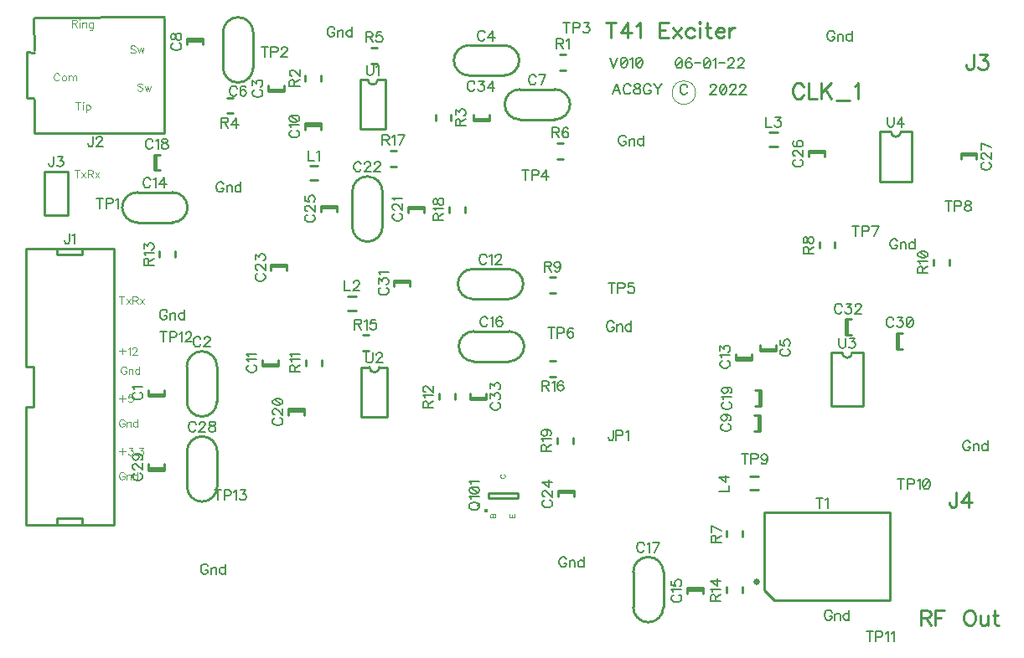
<source format=gbr>
G04 DipTrace 3.3.1.1*
G04 TopSilk.gbr*
%MOIN*%
G04 #@! TF.FileFunction,Legend,Top*
G04 #@! TF.Part,Single*
%ADD10C,0.009843*%
%ADD12C,0.003*%
%ADD31C,0.015404*%
%ADD33C,0.025013*%
%ADD79C,0.006176*%
%ADD80C,0.004632*%
%ADD81C,0.009264*%
%ADD82C,0.003088*%
%FSLAX26Y26*%
G04*
G70*
G90*
G75*
G01*
G04 TopSilk*
%LPD*%
X948545Y1621080D2*
D10*
X885616D1*
X948545Y1613631D2*
X885616D1*
X948545D2*
Y1637190D1*
X885616Y1613631D2*
Y1637190D1*
X1039308Y1732314D2*
Y1592434D1*
X1159308Y1732314D2*
Y1592434D1*
X1039308D2*
G03X1159308Y1592434I60000J-60D01*
G01*
Y1732314D2*
G03X1039308Y1732314I-60000J60D01*
G01*
X1425834Y2834391D2*
X1362905D1*
X1425834Y2826942D2*
X1362905D1*
X1425834D2*
Y2850501D1*
X1362905Y2826942D2*
Y2850501D1*
X2161524Y2890752D2*
X2301404D1*
X2161524Y3010752D2*
X2301404D1*
Y2890752D2*
G03X2301404Y3010752I60J60000D01*
G01*
X2161524D2*
G03X2161524Y2890752I-60J-60000D01*
G01*
X3381626Y1802503D2*
X3318697D1*
X3381626Y1795054D2*
X3318697D1*
X3381626D2*
Y1818613D1*
X3318697Y1795054D2*
Y1818613D1*
X1303306Y2922566D2*
Y3062446D1*
X1183306Y2922566D2*
Y3062446D1*
X1303306D2*
G03X1183306Y3062446I-60000J60D01*
G01*
Y2922566D2*
G03X1303306Y2922566I60000J-60D01*
G01*
X2363769Y2715435D2*
X2503649D1*
X2363769Y2835435D2*
X2503649D1*
Y2715435D2*
G03X2503649Y2835435I60J60000D01*
G01*
X2363769D2*
G03X2363769Y2715435I-60J-60000D01*
G01*
X1039850Y3029235D2*
X1102780D1*
X1039850Y3036684D2*
X1102780D1*
X1039850D2*
Y3013125D1*
X1102780Y3036684D2*
Y3013125D1*
X3312726Y1538948D2*
Y1476018D1*
X3320175Y1538948D2*
Y1476018D1*
Y1538948D2*
X3296615D1*
X3320175Y1476018D2*
X3296615D1*
X1508846Y2692235D2*
X1571776D1*
X1508846Y2699684D2*
X1571776D1*
X1508846D2*
Y2676125D1*
X1571776Y2699684D2*
Y2676125D1*
X1402465Y1741269D2*
X1339535D1*
X1402465Y1733820D2*
X1339535D1*
X1402465D2*
Y1757379D1*
X1339535Y1733820D2*
Y1757379D1*
X2177535Y2000412D2*
X2317415D1*
X2177535Y2120412D2*
X2317415D1*
Y2000412D2*
G03X2317415Y2120412I60J60000D01*
G01*
X2177535D2*
G03X2177535Y2000412I-60J-60000D01*
G01*
X3285080Y1766619D2*
X3222151D1*
X3285080Y1759171D2*
X3222151D1*
X3285080D2*
Y1782730D1*
X3222151Y1759171D2*
Y1782730D1*
X982213Y2425414D2*
X842333D1*
X982213Y2305414D2*
X842333D1*
Y2425414D2*
G03X842333Y2305414I-60J-60000D01*
G01*
X982213D2*
G03X982213Y2425414I60J60000D01*
G01*
X3029240Y842747D2*
X3092169D1*
X3029240Y850196D2*
X3092169D1*
X3029240D2*
Y826636D1*
X3092169Y850196D2*
Y826636D1*
X2181047Y1752166D2*
X2320927D1*
X2181047Y1872166D2*
X2320927D1*
Y1752166D2*
G03X2320927Y1872166I60J60000D01*
G01*
X2181047D2*
G03X2181047Y1752166I-60J-60000D01*
G01*
X2814978Y913555D2*
Y773675D1*
X2934978Y913555D2*
Y773675D1*
X2814978D2*
G03X2934978Y773675I60000J-60D01*
G01*
Y913555D2*
G03X2814978Y913555I-60000J60D01*
G01*
X915613Y2512982D2*
Y2575911D1*
X908164Y2512982D2*
Y2575911D1*
Y2512982D2*
X931723D1*
X908164Y2575911D2*
X931723D1*
X3315759Y1636840D2*
Y1573911D1*
X3323207Y1636840D2*
Y1573911D1*
Y1636840D2*
X3299648D1*
X3323207Y1573911D2*
X3299648D1*
X1442871Y1555613D2*
X1505801D1*
X1442871Y1563062D2*
X1505801D1*
X1442871D2*
Y1539503D1*
X1505801Y1563062D2*
Y1539503D1*
X1919466Y2361934D2*
X1982395D1*
X1919466Y2369383D2*
X1982395D1*
X1919466D2*
Y2345824D1*
X1982395Y2369383D2*
Y2345824D1*
X1697457Y2428789D2*
Y2288909D1*
X1817457Y2428789D2*
Y2288909D1*
X1697457D2*
G03X1817457Y2288909I60000J-60D01*
G01*
Y2428789D2*
G03X1697457Y2428789I-60000J60D01*
G01*
X1373975Y2130585D2*
X1436904D1*
X1373975Y2138034D2*
X1436904D1*
X1373975D2*
Y2114475D1*
X1436904Y2138034D2*
Y2114475D1*
X2515797Y1229648D2*
X2578726D1*
X2515797Y1237097D2*
X2578726D1*
X2515797D2*
Y1213538D1*
X2578726Y1237097D2*
Y1213538D1*
X1571681Y2364525D2*
X1634610D1*
X1571681Y2371974D2*
X1634610D1*
X1571681D2*
Y2348415D1*
X1634610Y2371974D2*
Y2348415D1*
X3512157Y2583619D2*
X3575087D1*
X3512157Y2591068D2*
X3575087D1*
X3512157D2*
Y2567509D1*
X3575087Y2591068D2*
Y2567509D1*
X4117971Y2573423D2*
X4180900D1*
X4117971Y2580871D2*
X4180900D1*
X4117971D2*
Y2557312D1*
X4180900Y2580871D2*
Y2557312D1*
X948735Y1326927D2*
X885806D1*
X948735Y1319478D2*
X885806D1*
X948735D2*
Y1343037D1*
X885806Y1319478D2*
Y1343037D1*
X1040052Y1393608D2*
Y1253728D1*
X1160052Y1393608D2*
Y1253728D1*
X1040052D2*
G03X1160052Y1253728I60000J-60D01*
G01*
Y1393608D2*
G03X1040052Y1393608I-60000J60D01*
G01*
X3870945Y1802751D2*
Y1865680D1*
X3863496Y1802751D2*
Y1865680D1*
Y1802751D2*
X3887055D1*
X3863496Y1865680D2*
X3887055D1*
X1863908Y2066482D2*
X1926837D1*
X1863908Y2073930D2*
X1926837D1*
X1863908D2*
Y2050371D1*
X1926837Y2073930D2*
Y2050371D1*
X3665631Y1856587D2*
Y1919516D1*
X3658182Y1856587D2*
Y1919516D1*
Y1856587D2*
X3681741D1*
X3658182Y1919516D2*
X3681741D1*
X523006Y2176983D2*
Y2202283D1*
X623106Y2176983D2*
X523006D1*
X623106D2*
Y2202283D1*
X523006Y1102283D2*
Y1127583D1*
X623106D2*
X523006D1*
X623106Y1102283D2*
Y1127583D1*
X748056Y1102283D2*
X398056D1*
X748056Y2202283D2*
X398056D1*
X748056Y1102283D2*
Y2202283D1*
X428156Y1732583D2*
X398056D1*
X428156Y1571983D2*
Y1732583D1*
Y1571983D2*
X398056D1*
Y1102283D2*
Y1571983D1*
Y1732583D2*
Y2202283D1*
X403115Y2802146D2*
X429576Y2800340D1*
X401801Y2980031D2*
Y2803443D1*
X948487Y2660986D2*
X432479Y2661959D1*
X430343Y3118921D2*
X431658Y2991702D1*
X948104Y3124108D2*
X431658Y3122812D1*
X432972Y2664552D2*
X431658Y2793069D1*
X949638Y3118921D2*
X948487Y2664876D1*
X401801Y2983921D2*
X431658Y2982624D1*
X472203Y2509291D2*
X566692D1*
Y2336063D1*
X472203D1*
Y2509291D1*
X1560545Y2530102D2*
X1529045D1*
X1560545Y2474984D2*
X1529045D1*
X1712081Y2011028D2*
X1680581D1*
X1712081Y1955909D2*
X1680581D1*
X3356908Y2607777D2*
X3388408D1*
X3356908Y2662895D2*
X3388408D1*
X3311775Y1294936D2*
X3280275D1*
X3311775Y1239818D2*
X3280275D1*
D31*
X2228795Y1157994D3*
X2237996Y1208137D2*
D10*
X2356101D1*
Y1227833D1*
X2237996D1*
Y1208137D1*
X2522252Y2910970D2*
X2545811D1*
X2522252Y2973899D2*
X2545811D1*
X1573257Y2869110D2*
Y2892669D1*
X1510328Y2869110D2*
Y2892669D1*
X2090743Y2711717D2*
Y2735276D1*
X2027814Y2711717D2*
Y2735276D1*
X1198899Y2739826D2*
X1222458D1*
X1198899Y2802755D2*
X1222458D1*
X1773154Y2937793D2*
X1796713D1*
X1773154Y3000722D2*
X1796713D1*
X2513879Y2557732D2*
X2537438D1*
X2513879Y2620661D2*
X2537438D1*
X3249979Y1053547D2*
Y1077106D1*
X3187050Y1053547D2*
Y1077106D1*
X3617617Y2203636D2*
Y2227196D1*
X3554688Y2203636D2*
Y2227196D1*
X2481916Y2023951D2*
X2505475D1*
X2481916Y2086880D2*
X2505475D1*
X4072865Y2135703D2*
Y2159262D1*
X4009936Y2135703D2*
Y2159262D1*
X1574570Y1734686D2*
Y1758245D1*
X1511640Y1734686D2*
Y1758245D1*
X2104616Y1599801D2*
Y1623360D1*
X2041687Y1599801D2*
Y1623360D1*
X930559Y2190799D2*
Y2167240D1*
X993489Y2190799D2*
Y2167240D1*
X3248070Y829786D2*
Y853345D1*
X3185140Y829786D2*
Y853345D1*
X1738497Y1793618D2*
X1762056D1*
X1738497Y1856547D2*
X1762056D1*
X2484083Y1692033D2*
X2507642D1*
X2484083Y1754962D2*
X2507642D1*
X1849823Y2527612D2*
X1873382D1*
X1849823Y2590541D2*
X1873382D1*
X2145819Y2345946D2*
Y2369505D1*
X2082890Y2345946D2*
Y2369505D1*
X2574573Y1425534D2*
Y1449093D1*
X2511644Y1425534D2*
Y1449093D1*
D33*
X3306300Y875298D3*
X3837545Y800293D2*
D10*
Y1150293D1*
X3337566D1*
Y840298D1*
X3377532Y800293D1*
X3837545D1*
X1727801Y2874030D2*
Y2677175D1*
X1830178Y2874030D2*
Y2677175D1*
X1727801D2*
X1830178D1*
X1759295Y2874030D2*
X1727801D1*
X1798684D2*
X1830178D1*
X1759295D2*
G03X1798684Y2874030I19694J9D01*
G01*
X1734272Y1728701D2*
Y1531847D1*
X1836649Y1728701D2*
Y1531847D1*
X1734272D2*
X1836649D1*
X1765766Y1728701D2*
X1734272D1*
X1805155D2*
X1836649D1*
X1765766D2*
G03X1805155Y1728701I19694J9D01*
G01*
X3603094Y1786624D2*
Y1574024D1*
X3729066Y1786624D2*
Y1574024D1*
X3603094D2*
X3729066D1*
X3603094Y1786624D2*
X3646391D1*
X3685769D2*
X3729066D1*
X3646391D2*
G03X3685769Y1786624I19689J23D01*
G01*
X3796891Y2666333D2*
Y2469481D1*
X3922860Y2666333D2*
Y2469481D1*
X3796891D2*
X3922860D1*
X3796891Y2666333D2*
X3840187D1*
X3879564D2*
X3922860D1*
X3840187D2*
G03X3879564Y2666333I19688J3D01*
G01*
X2241424Y2719246D2*
X2178495D1*
X2241424Y2711797D2*
X2178495D1*
X2241424D2*
Y2735356D1*
X2178495Y2711797D2*
Y2735356D1*
X2229016Y1608569D2*
X2166086D1*
X2229016Y1601120D2*
X2166086D1*
X2229016D2*
Y1624680D1*
X2166086Y1601120D2*
Y1624680D1*
X2969465Y2822325D2*
D12*
G02X2969465Y2822325I46869J0D01*
G01*
X832620Y1628786D2*
D79*
X828817Y1626885D1*
X824970Y1623038D1*
X823069Y1619235D1*
Y1611586D1*
X824970Y1607739D1*
X828817Y1603937D1*
X832619Y1601991D1*
X838368Y1600090D1*
X847962D1*
X853666Y1601991D1*
X857513Y1603937D1*
X861315Y1607739D1*
X863261Y1611586D1*
Y1619235D1*
X861315Y1623038D1*
X857513Y1626885D1*
X853666Y1628786D1*
X830762Y1641137D2*
X828817Y1644984D1*
X823113Y1650732D1*
X863261D1*
X1094083Y1841402D2*
X1092182Y1845205D1*
X1088335Y1849052D1*
X1084533Y1850953D1*
X1076883D1*
X1073037Y1849052D1*
X1069234Y1845205D1*
X1067289Y1841402D1*
X1065387Y1835654D1*
Y1826059D1*
X1067289Y1820356D1*
X1069234Y1816509D1*
X1073037Y1812706D1*
X1076883Y1810761D1*
X1084533D1*
X1088335Y1812706D1*
X1092182Y1816509D1*
X1094083Y1820356D1*
X1108380Y1841358D2*
Y1843259D1*
X1110281Y1847106D1*
X1112183Y1849007D1*
X1116029Y1850909D1*
X1123679D1*
X1127481Y1849007D1*
X1129383Y1847106D1*
X1131328Y1843259D1*
Y1839457D1*
X1129383Y1835610D1*
X1125580Y1829906D1*
X1106435Y1810761D1*
X1133229D1*
X1309909Y2833497D2*
X1306106Y2831596D1*
X1302259Y2827749D1*
X1300358Y2823946D1*
Y2816297D1*
X1302259Y2812450D1*
X1306106Y2808648D1*
X1309909Y2806702D1*
X1315657Y2804801D1*
X1325251D1*
X1330955Y2806702D1*
X1334802Y2808648D1*
X1338605Y2812450D1*
X1340550Y2816297D1*
Y2823946D1*
X1338605Y2827749D1*
X1334802Y2831596D1*
X1330955Y2833497D1*
X1300402Y2849695D2*
Y2870698D1*
X1315701Y2859246D1*
Y2864994D1*
X1317602Y2868796D1*
X1319503Y2870697D1*
X1325251Y2872643D1*
X1329054D1*
X1334802Y2870697D1*
X1338649Y2866895D1*
X1340550Y2861147D1*
Y2855399D1*
X1338649Y2849695D1*
X1336703Y2847794D1*
X1332901Y2845848D1*
X2225288Y3059780D2*
X2223387Y3063582D1*
X2219540Y3067429D1*
X2215738Y3069330D1*
X2208088D1*
X2204242Y3067429D1*
X2200439Y3063582D1*
X2198494Y3059780D1*
X2196592Y3054032D1*
Y3044437D1*
X2198494Y3038733D1*
X2200439Y3034886D1*
X2204242Y3031084D1*
X2208088Y3029138D1*
X2215738D1*
X2219540Y3031084D1*
X2223387Y3034886D1*
X2225288Y3038733D1*
X2256785Y3029138D2*
Y3069286D1*
X2237640Y3042536D1*
X2266336D1*
X3408712Y1801608D2*
X3404910Y1799707D1*
X3401063Y1795860D1*
X3399161Y1792058D1*
Y1784409D1*
X3401063Y1780562D1*
X3404909Y1776759D1*
X3408712Y1774814D1*
X3414460Y1772912D1*
X3424055D1*
X3429759Y1774814D1*
X3433605Y1776759D1*
X3437408Y1780562D1*
X3439354Y1784408D1*
Y1792058D1*
X3437408Y1795860D1*
X3433605Y1799707D1*
X3429759Y1801608D1*
X3399206Y1836908D2*
Y1817807D1*
X3416406Y1815905D1*
X3414504Y1817806D1*
X3412559Y1823555D1*
Y1829258D1*
X3414504Y1835006D1*
X3418307Y1838853D1*
X3424055Y1840754D1*
X3427857D1*
X3433605Y1838853D1*
X3437452Y1835006D1*
X3439353Y1829258D1*
Y1823554D1*
X3437452Y1817806D1*
X3435507Y1815905D1*
X3431704Y1813960D1*
X1239053Y2839389D2*
X1237152Y2843191D1*
X1233305Y2847038D1*
X1229503Y2848939D1*
X1221853D1*
X1218007Y2847038D1*
X1214204Y2843191D1*
X1212259Y2839389D1*
X1210357Y2833641D1*
Y2824046D1*
X1212259Y2818342D1*
X1214204Y2814495D1*
X1218007Y2810693D1*
X1221853Y2808747D1*
X1229503D1*
X1233305Y2810693D1*
X1237152Y2814495D1*
X1239053Y2818342D1*
X1274353Y2843191D2*
X1272451Y2846994D1*
X1266703Y2848895D1*
X1262901D1*
X1257153Y2846994D1*
X1253306Y2841246D1*
X1251405Y2831695D1*
Y2822145D1*
X1253306Y2814495D1*
X1257153Y2810649D1*
X1262901Y2808747D1*
X1264802D1*
X1270506Y2810649D1*
X1274353Y2814495D1*
X1276254Y2820243D1*
Y2822145D1*
X1274353Y2827893D1*
X1270506Y2831695D1*
X1264802Y2833597D1*
X1262901D1*
X1257153Y2831695D1*
X1253306Y2827893D1*
X1251405Y2822145D1*
X2428484Y2884463D2*
X2426583Y2888265D1*
X2422736Y2892112D1*
X2418934Y2894013D1*
X2411285D1*
X2407438Y2892112D1*
X2403635Y2888265D1*
X2401690Y2884463D1*
X2399788Y2878715D1*
Y2869120D1*
X2401690Y2863416D1*
X2403635Y2859569D1*
X2407438Y2855767D1*
X2411285Y2853821D1*
X2418934D1*
X2422736Y2855767D1*
X2426583Y2859569D1*
X2428484Y2863416D1*
X2448485Y2853821D2*
X2467630Y2893969D1*
X2440836D1*
X986854Y3019701D2*
X983052Y3017800D1*
X979205Y3013953D1*
X977303Y3010151D1*
Y3002501D1*
X979205Y2998655D1*
X983051Y2994852D1*
X986854Y2992907D1*
X992602Y2991005D1*
X1002197D1*
X1007901Y2992907D1*
X1011747Y2994852D1*
X1015550Y2998655D1*
X1017495Y3002501D1*
Y3010151D1*
X1015550Y3013953D1*
X1011747Y3017800D1*
X1007901Y3019701D1*
X977348Y3041603D2*
X979249Y3035899D1*
X983052Y3033954D1*
X986898D1*
X990701Y3035899D1*
X992646Y3039702D1*
X994548Y3047351D1*
X996449Y3053099D1*
X1000296Y3056902D1*
X1004098Y3058803D1*
X1009846D1*
X1013649Y3056902D1*
X1015594Y3055001D1*
X1017495Y3049253D1*
Y3041603D1*
X1015594Y3035899D1*
X1013649Y3033954D1*
X1009846Y3032053D1*
X1004098D1*
X1000296Y3033954D1*
X996449Y3037801D1*
X994548Y3043505D1*
X992646Y3051154D1*
X990701Y3055001D1*
X986898Y3056902D1*
X983052D1*
X979249Y3055001D1*
X977348Y3049253D1*
Y3041603D1*
X3172753Y1503209D2*
X3168950Y1501307D1*
X3165104Y1497461D1*
X3163202Y1493658D1*
Y1486009D1*
X3165104Y1482162D1*
X3168950Y1478359D1*
X3172753Y1476414D1*
X3178501Y1474513D1*
X3188096D1*
X3193800Y1476414D1*
X3197646Y1478359D1*
X3201449Y1482162D1*
X3203394Y1486009D1*
Y1493658D1*
X3201449Y1497461D1*
X3197646Y1501307D1*
X3193800Y1503209D1*
X3176600Y1540453D2*
X3182348Y1538508D1*
X3186195Y1534705D1*
X3188096Y1528957D1*
Y1527056D1*
X3186195Y1521308D1*
X3182348Y1517505D1*
X3176600Y1515560D1*
X3174699D1*
X3168950Y1517505D1*
X3165148Y1521308D1*
X3163247Y1527056D1*
Y1528957D1*
X3165148Y1534705D1*
X3168950Y1538508D1*
X3176600Y1540453D1*
X3186195D1*
X3195745Y1538508D1*
X3201493Y1534705D1*
X3203394Y1528957D1*
Y1525155D1*
X3201493Y1519407D1*
X3197646Y1517505D1*
X1455850Y2671706D2*
X1452048Y2669805D1*
X1448201Y2665958D1*
X1446300Y2662156D1*
Y2654506D1*
X1448201Y2650660D1*
X1452048Y2646857D1*
X1455850Y2644912D1*
X1461598Y2643010D1*
X1471193D1*
X1476897Y2644912D1*
X1480743Y2646857D1*
X1484546Y2650660D1*
X1486492Y2654506D1*
Y2662156D1*
X1484546Y2665958D1*
X1480744Y2669805D1*
X1476897Y2671706D1*
X1453993Y2684058D2*
X1452048Y2687904D1*
X1446344Y2693652D1*
X1486492D1*
X1446344Y2717500D2*
X1448245Y2711752D1*
X1453993Y2707905D1*
X1463544Y2706004D1*
X1469292D1*
X1478842Y2707905D1*
X1484590Y2711752D1*
X1486492Y2717500D1*
Y2721302D1*
X1484590Y2727050D1*
X1478842Y2730853D1*
X1469292Y2732798D1*
X1463544D1*
X1453993Y2730853D1*
X1448245Y2727050D1*
X1446344Y2721302D1*
Y2717500D1*
X1453993Y2730853D2*
X1478842Y2707905D1*
X1286539Y1738002D2*
X1282737Y1736100D1*
X1278890Y1732254D1*
X1276989Y1728451D1*
X1276988Y1720802D1*
X1278890Y1716955D1*
X1282737Y1713152D1*
X1286539Y1711207D1*
X1292287Y1709306D1*
X1301882D1*
X1307586Y1711207D1*
X1311432Y1713152D1*
X1315235Y1716955D1*
X1317181Y1720802D1*
Y1728451D1*
X1315235Y1732254D1*
X1311433Y1736100D1*
X1307586Y1738002D1*
X1284682Y1750353D2*
X1282737Y1754200D1*
X1277033Y1759948D1*
X1317181D1*
X1284682Y1772299D2*
X1282737Y1776146D1*
X1277033Y1781894D1*
X1317180D1*
X2231277Y2169440D2*
X2229375Y2173243D1*
X2225528Y2177089D1*
X2221726Y2178991D1*
X2214077D1*
X2210230Y2177089D1*
X2206427Y2173243D1*
X2204482Y2169440D1*
X2202581Y2163692D1*
Y2154097D1*
X2204482Y2148393D1*
X2206427Y2144547D1*
X2210230Y2140744D1*
X2214077Y2138799D1*
X2221726D1*
X2225528Y2140744D1*
X2229375Y2144547D1*
X2231277Y2148393D1*
X2243628Y2171297D2*
X2247475Y2173243D1*
X2253223Y2178946D1*
Y2138799D1*
X2267520Y2169396D2*
Y2171297D1*
X2269421Y2175144D1*
X2271322Y2177045D1*
X2275169Y2178946D1*
X2282818D1*
X2286621Y2177045D1*
X2288522Y2175144D1*
X2290468Y2171297D1*
Y2167495D1*
X2288522Y2163648D1*
X2284719Y2157944D1*
X2265574Y2138799D1*
X2292369D1*
X3169155Y1754752D2*
X3165352Y1752851D1*
X3161505Y1749004D1*
X3159604Y1745202D1*
Y1737552D1*
X3161505Y1733705D1*
X3165352Y1729903D1*
X3169155Y1727957D1*
X3174903Y1726056D1*
X3184497D1*
X3190201Y1727957D1*
X3194048Y1729903D1*
X3197851Y1733705D1*
X3199796Y1737552D1*
Y1745201D1*
X3197851Y1749004D1*
X3194048Y1752851D1*
X3190201Y1754752D1*
X3167298Y1767103D2*
X3165352Y1770950D1*
X3159648Y1776698D1*
X3199796D1*
X3159648Y1792896D2*
Y1813899D1*
X3174947Y1802447D1*
Y1808195D1*
X3176848Y1811997D1*
X3178749Y1813899D1*
X3184497Y1815844D1*
X3188300D1*
X3194048Y1813899D1*
X3197895Y1810096D1*
X3199796Y1804348D1*
Y1798600D1*
X3197895Y1792896D1*
X3195949Y1790995D1*
X3192147Y1789050D1*
X895124Y2474442D2*
X893223Y2478245D1*
X889376Y2482091D1*
X885573Y2483993D1*
X877924D1*
X874077Y2482091D1*
X870275Y2478245D1*
X868329Y2474442D1*
X866428Y2468694D1*
Y2459099D1*
X868329Y2453396D1*
X870275Y2449549D1*
X874077Y2445746D1*
X877924Y2443801D1*
X885573D1*
X889376Y2445746D1*
X893223Y2449549D1*
X895124Y2453396D1*
X907475Y2476299D2*
X911322Y2478245D1*
X917070Y2483949D1*
Y2443801D1*
X948567D2*
Y2483949D1*
X929421Y2457198D1*
X958117D1*
X2976244Y822218D2*
X2972441Y820317D1*
X2968595Y816470D1*
X2966693Y812667D1*
Y805018D1*
X2968594Y801171D1*
X2972441Y797369D1*
X2976244Y795423D1*
X2981992Y793522D1*
X2991587D1*
X2997290Y795423D1*
X3001137Y797369D1*
X3004940Y801171D1*
X3006885Y805018D1*
Y812667D1*
X3004940Y816470D1*
X3001137Y820317D1*
X2997290Y822218D1*
X2974387Y834569D2*
X2972441Y838416D1*
X2966737Y844164D1*
X3006885D1*
X2966737Y879463D2*
Y860362D1*
X2983937Y858461D1*
X2982036Y860362D1*
X2980091Y866110D1*
Y871814D1*
X2982036Y877562D1*
X2985839Y881409D1*
X2991587Y883310D1*
X2995389D1*
X3001137Y881409D1*
X3004984Y877562D1*
X3006885Y871814D1*
Y866110D1*
X3004984Y860362D1*
X3003038Y858461D1*
X2999236Y856515D1*
X2235762Y1921194D2*
X2233860Y1924997D1*
X2230014Y1928843D1*
X2226211Y1930745D1*
X2218562D1*
X2214715Y1928843D1*
X2210912Y1924997D1*
X2208967Y1921194D1*
X2207066Y1915446D1*
Y1905851D1*
X2208967Y1900148D1*
X2210912Y1896301D1*
X2214715Y1892498D1*
X2218562Y1890553D1*
X2226211D1*
X2230014Y1892498D1*
X2233860Y1896301D1*
X2235762Y1900148D1*
X2248113Y1923051D2*
X2251960Y1924997D1*
X2257708Y1930701D1*
Y1890553D1*
X2293007Y1924997D2*
X2291106Y1928799D1*
X2285358Y1930701D1*
X2281555D1*
X2275807Y1928799D1*
X2271961Y1923051D1*
X2270059Y1913501D1*
Y1903950D1*
X2271961Y1896301D1*
X2275807Y1892454D1*
X2281555Y1890553D1*
X2283457D1*
X2289160Y1892454D1*
X2293007Y1896301D1*
X2294908Y1902049D1*
Y1903950D1*
X2293007Y1909698D1*
X2289160Y1913501D1*
X2283457Y1915402D1*
X2281555D1*
X2275807Y1913501D1*
X2271961Y1909698D1*
X2270059Y1903950D1*
X2858780Y1022643D2*
X2856878Y1026445D1*
X2853032Y1030292D1*
X2849229Y1032193D1*
X2841580D1*
X2837733Y1030292D1*
X2833930Y1026445D1*
X2831985Y1022643D1*
X2830084Y1016895D1*
Y1007300D1*
X2831985Y1001596D1*
X2833930Y997749D1*
X2837733Y993947D1*
X2841580Y992001D1*
X2849229D1*
X2853032Y993947D1*
X2856878Y997749D1*
X2858780Y1001596D1*
X2871131Y1024500D2*
X2874978Y1026445D1*
X2880726Y1032149D1*
Y992001D1*
X2900727D2*
X2919872Y1032149D1*
X2893077D1*
X903768Y2628907D2*
X901866Y2632710D1*
X898019Y2636556D1*
X894217Y2638458D1*
X886568D1*
X882721Y2636556D1*
X878918Y2632710D1*
X876973Y2628907D1*
X875072Y2623159D1*
Y2613564D1*
X876973Y2607861D1*
X878918Y2604014D1*
X882721Y2600211D1*
X886568Y2598266D1*
X894217D1*
X898019Y2600211D1*
X901866Y2604014D1*
X903768Y2607861D1*
X916119Y2630764D2*
X919966Y2632710D1*
X925714Y2638414D1*
Y2598266D1*
X947616Y2638414D2*
X941912Y2636512D1*
X939966Y2632710D1*
Y2628863D1*
X941912Y2625060D1*
X945714Y2623115D1*
X953364Y2621214D1*
X959112Y2619312D1*
X962914Y2615466D1*
X964816Y2611663D1*
Y2605915D1*
X962914Y2602112D1*
X961013Y2600167D1*
X955265Y2598266D1*
X947616D1*
X941912Y2600167D1*
X939966Y2602112D1*
X938065Y2605915D1*
Y2611663D1*
X939966Y2615466D1*
X943813Y2619312D1*
X949517Y2621214D1*
X957166Y2623115D1*
X961013Y2625060D1*
X962914Y2628863D1*
Y2632710D1*
X961013Y2636512D1*
X955265Y2638414D1*
X947616D1*
X3175786Y1590128D2*
X3171983Y1588227D1*
X3168137Y1584380D1*
X3166235Y1580577D1*
Y1572928D1*
X3168136Y1569081D1*
X3171983Y1565279D1*
X3175786Y1563333D1*
X3181534Y1561432D1*
X3191129D1*
X3196832Y1563333D1*
X3200679Y1565279D1*
X3204482Y1569081D1*
X3206427Y1572928D1*
Y1580577D1*
X3204482Y1584380D1*
X3200679Y1588227D1*
X3196832Y1590128D1*
X3173929Y1602479D2*
X3171983Y1606326D1*
X3166279Y1612074D1*
X3206427D1*
X3179633Y1649319D2*
X3185381Y1647373D1*
X3189227Y1643571D1*
X3191129Y1637823D1*
Y1635921D1*
X3189227Y1630173D1*
X3185381Y1626371D1*
X3179633Y1624425D1*
X3177731D1*
X3171983Y1626371D1*
X3168181Y1630173D1*
X3166279Y1635922D1*
Y1637823D1*
X3168181Y1643571D1*
X3171983Y1647373D1*
X3179633Y1649319D1*
X3189227D1*
X3198778Y1647373D1*
X3204526Y1643571D1*
X3206427Y1637823D1*
Y1634020D1*
X3204526Y1628272D1*
X3200679Y1626371D1*
X1389875Y1526484D2*
X1386073Y1524583D1*
X1382226Y1520736D1*
X1380324Y1516934D1*
Y1509284D1*
X1382226Y1505438D1*
X1386072Y1501635D1*
X1389875Y1499690D1*
X1395623Y1497788D1*
X1405218D1*
X1410922Y1499690D1*
X1414768Y1501635D1*
X1418571Y1505438D1*
X1420516Y1509284D1*
Y1516934D1*
X1418571Y1520736D1*
X1414768Y1524583D1*
X1410922Y1526484D1*
X1389919Y1540781D2*
X1388018D1*
X1384171Y1542682D1*
X1382270Y1544584D1*
X1380369Y1548430D1*
Y1556080D1*
X1382270Y1559882D1*
X1384171Y1561783D1*
X1388018Y1563729D1*
X1391821D1*
X1395667Y1561783D1*
X1401371Y1557981D1*
X1420516Y1538835D1*
Y1565630D1*
X1380369Y1589478D2*
X1382270Y1583730D1*
X1388018Y1579883D1*
X1397569Y1577982D1*
X1403317D1*
X1412867Y1579883D1*
X1418615Y1583730D1*
X1420516Y1589478D1*
Y1593280D1*
X1418615Y1599028D1*
X1412867Y1602831D1*
X1403317Y1604776D1*
X1397569D1*
X1388018Y1602831D1*
X1382270Y1599028D1*
X1380369Y1593280D1*
Y1589478D1*
X1388018Y1602831D2*
X1412867Y1579883D1*
X1866470Y2341406D2*
X1862667Y2339504D1*
X1858820Y2335658D1*
X1856919Y2331855D1*
Y2324206D1*
X1858820Y2320359D1*
X1862667Y2316556D1*
X1866470Y2314611D1*
X1872218Y2312710D1*
X1881812D1*
X1887516Y2314611D1*
X1891363Y2316556D1*
X1895166Y2320359D1*
X1897111Y2324206D1*
Y2331855D1*
X1895166Y2335658D1*
X1891363Y2339504D1*
X1887516Y2341406D1*
X1866514Y2355702D2*
X1864613D1*
X1860766Y2357604D1*
X1858865Y2359505D1*
X1856963Y2363352D1*
Y2371001D1*
X1858865Y2374804D1*
X1860766Y2376705D1*
X1864613Y2378650D1*
X1868415D1*
X1872262Y2376705D1*
X1877966Y2372902D1*
X1897111Y2353757D1*
Y2380552D1*
X1864613Y2392903D2*
X1862667Y2396750D1*
X1856963Y2402498D1*
X1897111D1*
X1732659Y2537877D2*
X1730757Y2541680D1*
X1726911Y2545526D1*
X1723108Y2547428D1*
X1715459D1*
X1711612Y2545526D1*
X1707809Y2541680D1*
X1705864Y2537877D1*
X1703963Y2532129D1*
Y2522534D1*
X1705864Y2516830D1*
X1707809Y2512984D1*
X1711612Y2509181D1*
X1715459Y2507236D1*
X1723108D1*
X1726911Y2509181D1*
X1730757Y2512984D1*
X1732659Y2516830D1*
X1746955Y2537833D2*
Y2539734D1*
X1748857Y2543581D1*
X1750758Y2545482D1*
X1754605Y2547383D1*
X1762254D1*
X1766057Y2545482D1*
X1767958Y2543581D1*
X1769903Y2539734D1*
Y2535931D1*
X1767958Y2532085D1*
X1764155Y2526381D1*
X1745010Y2507236D1*
X1771805D1*
X1786102Y2537833D2*
Y2539734D1*
X1788003Y2543581D1*
X1789904Y2545482D1*
X1793751Y2547383D1*
X1801400D1*
X1805203Y2545482D1*
X1807104Y2543581D1*
X1809049Y2539734D1*
Y2535931D1*
X1807104Y2532085D1*
X1803301Y2526381D1*
X1784156Y2507236D1*
X1810951D1*
X1320979Y2101457D2*
X1317176Y2099555D1*
X1313329Y2095709D1*
X1311428Y2091906D1*
Y2084257D1*
X1313329Y2080410D1*
X1317176Y2076607D1*
X1320979Y2074662D1*
X1326727Y2072761D1*
X1336321D1*
X1342025Y2074662D1*
X1345872Y2076607D1*
X1349675Y2080410D1*
X1351620Y2084257D1*
Y2091906D1*
X1349675Y2095709D1*
X1345872Y2099555D1*
X1342025Y2101457D1*
X1321023Y2115753D2*
X1319122D1*
X1315275Y2117655D1*
X1313374Y2119556D1*
X1311472Y2123403D1*
Y2131052D1*
X1313374Y2134855D1*
X1315275Y2136756D1*
X1319122Y2138701D1*
X1322924D1*
X1326771Y2136756D1*
X1332475Y2132953D1*
X1351620Y2113808D1*
Y2140603D1*
X1311472Y2156801D2*
Y2177803D1*
X1326771Y2166351D1*
Y2172099D1*
X1328672Y2175902D1*
X1330574Y2177803D1*
X1336322Y2179749D1*
X1340124D1*
X1345872Y2177803D1*
X1349719Y2174001D1*
X1351620Y2168253D1*
Y2162505D1*
X1349719Y2156801D1*
X1347773Y2154899D1*
X1343971Y2152954D1*
X2462800Y1199569D2*
X2458998Y1197668D1*
X2455151Y1193821D1*
X2453250Y1190018D1*
Y1182369D1*
X2455151Y1178522D1*
X2458998Y1174720D1*
X2462800Y1172774D1*
X2468548Y1170873D1*
X2478143D1*
X2483847Y1172774D1*
X2487694Y1174720D1*
X2491496Y1178522D1*
X2493442Y1182369D1*
Y1190018D1*
X2491496Y1193821D1*
X2487694Y1197668D1*
X2483847Y1199569D1*
X2462844Y1213866D2*
X2460943D1*
X2457096Y1215767D1*
X2455195Y1217668D1*
X2453294Y1221515D1*
Y1229164D1*
X2455195Y1232967D1*
X2457096Y1234868D1*
X2460943Y1236814D1*
X2464746D1*
X2468593Y1234868D1*
X2474296Y1231066D1*
X2493442Y1211920D1*
Y1238715D1*
Y1270212D2*
X2453294D1*
X2480044Y1251066D1*
Y1279762D1*
X1518685Y2335396D2*
X1514882Y2333495D1*
X1511035Y2329648D1*
X1509134Y2325846D1*
Y2318196D1*
X1511035Y2314350D1*
X1514882Y2310547D1*
X1518685Y2308602D1*
X1524433Y2306700D1*
X1534028D1*
X1539731Y2308602D1*
X1543578Y2310547D1*
X1547381Y2314350D1*
X1549326Y2318196D1*
Y2325846D1*
X1547381Y2329648D1*
X1543578Y2333495D1*
X1539731Y2335396D1*
X1518729Y2349693D2*
X1516828D1*
X1512981Y2351594D1*
X1511080Y2353496D1*
X1509178Y2357342D1*
Y2364992D1*
X1511080Y2368794D1*
X1512981Y2370695D1*
X1516828Y2372641D1*
X1520630D1*
X1524477Y2370695D1*
X1530181Y2366893D1*
X1549326Y2347748D1*
Y2374542D1*
X1509178Y2409842D2*
Y2390740D1*
X1526378Y2388839D1*
X1524477Y2390740D1*
X1522532Y2396488D1*
Y2402192D1*
X1524477Y2407940D1*
X1528280Y2411787D1*
X1534028Y2413688D1*
X1537830D1*
X1543578Y2411787D1*
X1547425Y2407940D1*
X1549326Y2402192D1*
Y2396488D1*
X1547425Y2390740D1*
X1545479Y2388839D1*
X1541677Y2386894D1*
X3459161Y2555463D2*
X3455359Y2553562D1*
X3451512Y2549715D1*
X3449611Y2545913D1*
Y2538264D1*
X3451512Y2534417D1*
X3455359Y2530614D1*
X3459161Y2528669D1*
X3464909Y2526768D1*
X3474504D1*
X3480208Y2528669D1*
X3484055Y2530614D1*
X3487857Y2534417D1*
X3489803Y2538264D1*
Y2545913D1*
X3487857Y2549715D1*
X3484055Y2553562D1*
X3480208Y2555463D1*
X3459205Y2569760D2*
X3457304D1*
X3453457Y2571662D1*
X3451556Y2573563D1*
X3449655Y2577410D1*
Y2585059D1*
X3451556Y2588861D1*
X3453457Y2590763D1*
X3457304Y2592708D1*
X3461107D1*
X3464953Y2590763D1*
X3470657Y2586960D1*
X3489803Y2567815D1*
Y2594609D1*
X3455359Y2629909D2*
X3451556Y2628007D1*
X3449655Y2622259D1*
Y2618457D1*
X3451556Y2612709D1*
X3457304Y2608862D1*
X3466855Y2606961D1*
X3476405D1*
X3484055Y2608862D1*
X3487901Y2612709D1*
X3489803Y2618457D1*
Y2620358D1*
X3487901Y2626062D1*
X3484055Y2629909D1*
X3478306Y2631810D1*
X3476405D1*
X3470657Y2629909D1*
X3466855Y2626062D1*
X3464953Y2620358D1*
Y2618457D1*
X3466855Y2612709D1*
X3470657Y2608862D1*
X3476405Y2606961D1*
X4207986Y2544294D2*
X4204184Y2542393D1*
X4200337Y2538546D1*
X4198436Y2534743D1*
Y2527094D1*
X4200337Y2523247D1*
X4204184Y2519445D1*
X4207986Y2517499D1*
X4213734Y2515598D1*
X4223329D1*
X4229033Y2517499D1*
X4232880Y2519445D1*
X4236682Y2523247D1*
X4238628Y2527094D1*
Y2534743D1*
X4236682Y2538546D1*
X4232880Y2542393D1*
X4229033Y2544294D1*
X4208031Y2558591D2*
X4206129D1*
X4202283Y2560492D1*
X4200381Y2562393D1*
X4198480Y2566240D1*
Y2573889D1*
X4200381Y2577692D1*
X4202283Y2579593D1*
X4206129Y2581539D1*
X4209932D1*
X4213779Y2579593D1*
X4219482Y2575791D1*
X4238628Y2556645D1*
Y2583440D1*
Y2603441D2*
X4198480Y2622586D1*
Y2595791D1*
X832809Y1307410D2*
X829007Y1305509D1*
X825160Y1301662D1*
X823259Y1297859D1*
Y1290210D1*
X825160Y1286363D1*
X829007Y1282561D1*
X832809Y1280615D1*
X838557Y1278714D1*
X848152D1*
X853856Y1280615D1*
X857703Y1282561D1*
X861505Y1286363D1*
X863451Y1290210D1*
Y1297859D1*
X861505Y1301662D1*
X857703Y1305509D1*
X853856Y1307410D1*
X832854Y1321707D2*
X830952D1*
X827106Y1323608D1*
X825204Y1325509D1*
X823303Y1329356D1*
Y1337005D1*
X825204Y1340808D1*
X827106Y1342709D1*
X830952Y1344655D1*
X834755D1*
X838602Y1342709D1*
X844306Y1338907D1*
X863451Y1319761D1*
Y1346556D1*
X836656Y1383801D2*
X842404Y1381855D1*
X846251Y1378053D1*
X848152Y1372305D1*
Y1370403D1*
X846251Y1364655D1*
X842404Y1360853D1*
X836656Y1358907D1*
X834755D1*
X829007Y1360853D1*
X825204Y1364655D1*
X823303Y1370403D1*
Y1372305D1*
X825204Y1378053D1*
X829007Y1381855D1*
X836656Y1383801D1*
X846251D1*
X855802Y1381855D1*
X861550Y1378053D1*
X863451Y1372305D1*
Y1368502D1*
X861550Y1362754D1*
X857703Y1360853D1*
X1075276Y1502696D2*
X1073375Y1506498D1*
X1069528Y1510345D1*
X1065725Y1512246D1*
X1058076D1*
X1054229Y1510345D1*
X1050427Y1506498D1*
X1048481Y1502696D1*
X1046580Y1496948D1*
Y1487353D1*
X1048481Y1481649D1*
X1050427Y1477802D1*
X1054229Y1474000D1*
X1058076Y1472054D1*
X1065725D1*
X1069528Y1474000D1*
X1073375Y1477802D1*
X1075276Y1481649D1*
X1089573Y1502651D2*
Y1504553D1*
X1091474Y1508400D1*
X1093375Y1510301D1*
X1097222Y1512202D1*
X1104872D1*
X1108674Y1510301D1*
X1110575Y1508400D1*
X1112521Y1504553D1*
Y1500750D1*
X1110575Y1496903D1*
X1106773Y1491200D1*
X1087627Y1472054D1*
X1114422D1*
X1136324Y1512202D2*
X1130620Y1510301D1*
X1128675Y1506498D1*
Y1502651D1*
X1130620Y1498849D1*
X1134423Y1496903D1*
X1142072Y1495002D1*
X1147820Y1493101D1*
X1151623Y1489254D1*
X1153524Y1485452D1*
Y1479704D1*
X1151623Y1475901D1*
X1149721Y1473956D1*
X1143973Y1472054D1*
X1136324D1*
X1130620Y1473956D1*
X1128675Y1475901D1*
X1126774Y1479704D1*
Y1485452D1*
X1128675Y1489254D1*
X1132522Y1493101D1*
X1138225Y1495002D1*
X1145875Y1496903D1*
X1149721Y1498849D1*
X1151623Y1502651D1*
Y1506498D1*
X1149721Y1510301D1*
X1143973Y1512202D1*
X1136324D1*
X3850477Y1918676D2*
X3848576Y1922479D1*
X3844729Y1926325D1*
X3840927Y1928227D1*
X3833278D1*
X3829431Y1926325D1*
X3825628Y1922479D1*
X3823683Y1918676D1*
X3821782Y1912928D1*
Y1903333D1*
X3823683Y1897630D1*
X3825628Y1893783D1*
X3829431Y1889980D1*
X3833278Y1888035D1*
X3840927D1*
X3844729Y1889980D1*
X3848576Y1893783D1*
X3850477Y1897630D1*
X3866676Y1928183D2*
X3887678D1*
X3876226Y1912884D1*
X3881974D1*
X3885777Y1910983D1*
X3887678Y1909081D1*
X3889624Y1903333D1*
Y1899531D1*
X3887678Y1893783D1*
X3883876Y1889936D1*
X3878127Y1888035D1*
X3872379D1*
X3866676Y1889936D1*
X3864774Y1891882D1*
X3862829Y1895684D1*
X3913471Y1928183D2*
X3907723Y1926281D1*
X3903876Y1920533D1*
X3901975Y1910983D1*
Y1905235D1*
X3903876Y1895684D1*
X3907723Y1889936D1*
X3913471Y1888035D1*
X3917274D1*
X3923022Y1889936D1*
X3926824Y1895684D1*
X3928770Y1905235D1*
Y1910983D1*
X3926824Y1920533D1*
X3923022Y1926281D1*
X3917274Y1928183D1*
X3913471D1*
X3926824Y1920533D2*
X3903876Y1895684D1*
X1810912Y2045953D2*
X1807109Y2044052D1*
X1803262Y2040205D1*
X1801361Y2036402D1*
Y2028753D1*
X1803262Y2024906D1*
X1807109Y2021104D1*
X1810912Y2019158D1*
X1816660Y2017257D1*
X1826255D1*
X1831958Y2019158D1*
X1835805Y2021104D1*
X1839608Y2024906D1*
X1841553Y2028753D1*
Y2036402D1*
X1839608Y2040205D1*
X1835805Y2044052D1*
X1831958Y2045953D1*
X1801405Y2062151D2*
Y2083153D1*
X1816704Y2071702D1*
Y2077450D1*
X1818605Y2081252D1*
X1820507Y2083153D1*
X1826255Y2085099D1*
X1830057D1*
X1835805Y2083153D1*
X1839652Y2079351D1*
X1841553Y2073603D1*
Y2067855D1*
X1839652Y2062151D1*
X1837706Y2060250D1*
X1833904Y2058304D1*
X1809055Y2097450D2*
X1807109Y2101297D1*
X1801405Y2107045D1*
X1841553D1*
X3645164Y1972512D2*
X3643263Y1976315D1*
X3639416Y1980161D1*
X3635613Y1982063D1*
X3627964D1*
X3624117Y1980161D1*
X3620315Y1976315D1*
X3618369Y1972512D1*
X3616468Y1966764D1*
Y1957169D1*
X3618369Y1951465D1*
X3620315Y1947619D1*
X3624117Y1943816D1*
X3627964Y1941871D1*
X3635613D1*
X3639416Y1943816D1*
X3643263Y1947619D1*
X3645164Y1951465D1*
X3661362Y1982018D2*
X3682364D1*
X3670913Y1966720D1*
X3676661D1*
X3680463Y1964819D1*
X3682364Y1962917D1*
X3684310Y1957169D1*
Y1953367D1*
X3682364Y1947619D1*
X3678562Y1943772D1*
X3672814Y1941871D1*
X3667066D1*
X3661362Y1943772D1*
X3659461Y1945717D1*
X3657515Y1949520D1*
X3698607Y1972468D2*
Y1974369D1*
X3700508Y1978216D1*
X3702409Y1980117D1*
X3706256Y1982018D1*
X3713905D1*
X3717708Y1980117D1*
X3719609Y1978216D1*
X3721555Y1974369D1*
Y1970567D1*
X3719609Y1966720D1*
X3715807Y1961016D1*
X3696661Y1941871D1*
X3723456D1*
X571656Y2260862D2*
Y2230265D1*
X569755Y2224517D1*
X567809Y2222615D1*
X564007Y2220670D1*
X560160D1*
X556357Y2222615D1*
X554456Y2224517D1*
X552511Y2230265D1*
Y2234067D1*
X584007Y2253168D2*
X587854Y2255114D1*
X593602Y2260818D1*
Y2220670D1*
X665719Y2647419D2*
Y2616822D1*
X663818Y2611074D1*
X661872Y2609173D1*
X658070Y2607227D1*
X654223D1*
X650420Y2609173D1*
X648519Y2611074D1*
X646573Y2616822D1*
Y2620625D1*
X680016Y2637824D2*
Y2639726D1*
X681917Y2643573D1*
X683818Y2645474D1*
X687665Y2647375D1*
X695314D1*
X699117Y2645474D1*
X701018Y2643573D1*
X702964Y2639726D1*
Y2635923D1*
X701018Y2632076D1*
X697216Y2626373D1*
X678070Y2607227D1*
X704865D1*
X509447Y2567870D2*
Y2537273D1*
X507546Y2531525D1*
X505600Y2529623D1*
X501798Y2527678D1*
X497951D1*
X494149Y2529623D1*
X492247Y2531525D1*
X490302Y2537273D1*
Y2541075D1*
X525645Y2567826D2*
X546648D1*
X535196Y2552527D1*
X540944D1*
X544746Y2550626D1*
X546648Y2548724D1*
X548593Y2542976D1*
Y2539174D1*
X546648Y2533426D1*
X542845Y2529579D1*
X537097Y2527678D1*
X531349D1*
X525645Y2529579D1*
X523744Y2531525D1*
X521799Y2535327D1*
X1522323Y2592586D2*
Y2552394D1*
X1545271D1*
X1557623Y2584893D2*
X1561469Y2586838D1*
X1567217Y2592542D1*
Y2552394D1*
X1665259Y2073512D2*
Y2033320D1*
X1688207D1*
X1702504Y2063917D2*
Y2065818D1*
X1704405Y2069665D1*
X1706306Y2071566D1*
X1710153Y2073467D1*
X1717802D1*
X1721605Y2071566D1*
X1723506Y2069665D1*
X1725451Y2065818D1*
Y2062015D1*
X1723506Y2058169D1*
X1719703Y2052465D1*
X1700558Y2033320D1*
X1727353D1*
X3341635Y2725442D2*
Y2685250D1*
X3364583D1*
X3380781Y2725398D2*
X3401784D1*
X3390332Y2710099D1*
X3396080D1*
X3399883Y2708198D1*
X3401784Y2706297D1*
X3403729Y2700549D1*
Y2696746D1*
X3401784Y2690998D1*
X3397981Y2687151D1*
X3392233Y2685250D1*
X3386485D1*
X3380781Y2687151D1*
X3378880Y2689097D1*
X3376935Y2692899D1*
X3154744Y1235348D2*
X3194936D1*
Y1258295D1*
Y1289792D2*
X3154789D1*
X3181539Y1270647D1*
Y1299343D1*
X2162515Y1171982D2*
X2164372Y1168179D1*
X2168219Y1164332D1*
X2172065Y1162431D1*
X2177813Y1160486D1*
X2187364D1*
X2193112Y1162431D1*
X2196914Y1164332D1*
X2200761Y1168179D1*
X2202663Y1171982D1*
Y1179631D1*
X2200761Y1183478D1*
X2196915Y1187280D1*
X2193112Y1189182D1*
X2187364Y1191127D1*
X2177813D1*
X2172065Y1189182D1*
X2168219Y1187280D1*
X2164372Y1183478D1*
X2162515Y1179631D1*
Y1171982D1*
X2195013Y1177730D2*
X2206509Y1189181D1*
X2170208Y1203478D2*
X2168263Y1207325D1*
X2162559Y1213073D1*
X2202707D1*
X2162559Y1236921D2*
X2164460Y1231173D1*
X2170208Y1227326D1*
X2179759Y1225425D1*
X2185507D1*
X2195057Y1227326D1*
X2200805Y1231173D1*
X2202707Y1236921D1*
Y1240723D1*
X2200805Y1246471D1*
X2195057Y1250274D1*
X2185507Y1252219D1*
X2179759D1*
X2170208Y1250274D1*
X2164460Y1246471D1*
X2162559Y1240723D1*
Y1236921D1*
X2170208Y1250274D2*
X2195057Y1227326D1*
X2170208Y1264571D2*
X2168263Y1268417D1*
X2162559Y1274165D1*
X2202707D1*
X2509661Y3017300D2*
X2526861D1*
X2532609Y3019246D1*
X2534554Y3021147D1*
X2536456Y3024950D1*
Y3028796D1*
X2534554Y3032599D1*
X2532609Y3034544D1*
X2526861Y3036446D1*
X2509661D1*
Y2996254D1*
X2523058Y3017300D2*
X2536456Y2996254D1*
X2548807Y3028752D2*
X2552654Y3030698D1*
X2558402Y3036402D1*
Y2996254D1*
X1466926Y2847920D2*
X1466927Y2865119D1*
X1464981Y2870867D1*
X1463080Y2872813D1*
X1459277Y2874714D1*
X1455430D1*
X1451628Y2872813D1*
X1449682Y2870867D1*
X1447781Y2865119D1*
Y2847920D1*
X1487973D1*
X1466927Y2861317D2*
X1487973Y2874714D1*
X1457376Y2889011D2*
X1455475D1*
X1451628Y2890912D1*
X1449727Y2892814D1*
X1447825Y2896660D1*
Y2904310D1*
X1449727Y2908112D1*
X1451628Y2910013D1*
X1455475Y2911959D1*
X1459277D1*
X1463124Y2910013D1*
X1468828Y2906211D1*
X1487973Y2887065D1*
Y2913860D1*
X2127424Y2690526D2*
Y2707726D1*
X2125478Y2713474D1*
X2123577Y2715419D1*
X2119774Y2717320D1*
X2115928D1*
X2112125Y2715419D1*
X2110180Y2713474D1*
X2108278Y2707726D1*
Y2690526D1*
X2148470D1*
X2127424Y2703923D2*
X2148470Y2717320D1*
X2108323Y2733519D2*
Y2754521D1*
X2123621Y2743069D1*
Y2748817D1*
X2125522Y2752620D1*
X2127424Y2754521D1*
X2133172Y2756466D1*
X2136974D1*
X2142722Y2754521D1*
X2146569Y2750718D1*
X2148470Y2744970D1*
Y2739222D1*
X2146569Y2733519D1*
X2144624Y2731617D1*
X2140821Y2729672D1*
X1176757Y2703145D2*
X1193957D1*
X1199705Y2705091D1*
X1201650Y2706992D1*
X1203552Y2710795D1*
Y2714641D1*
X1201650Y2718444D1*
X1199705Y2720389D1*
X1193957Y2722291D1*
X1176757D1*
Y2682099D1*
X1190154Y2703145D2*
X1203552Y2682099D1*
X1235049D2*
Y2722246D1*
X1215903Y2695496D1*
X1244599D1*
X1751963Y3044123D2*
X1769163D1*
X1774911Y3046069D1*
X1776856Y3047970D1*
X1778757Y3051773D1*
Y3055619D1*
X1776856Y3059422D1*
X1774911Y3061367D1*
X1769163Y3063269D1*
X1751963D1*
Y3023077D1*
X1765360Y3044123D2*
X1778757Y3023077D1*
X1814057Y3063225D2*
X1794956D1*
X1793054Y3046025D1*
X1794956Y3047926D1*
X1800704Y3049871D1*
X1806407D1*
X1812155Y3047926D1*
X1816002Y3044123D1*
X1817903Y3038375D1*
Y3034573D1*
X1816002Y3028825D1*
X1812155Y3024978D1*
X1806407Y3023077D1*
X1800704D1*
X1794956Y3024978D1*
X1793054Y3026924D1*
X1791109Y3030726D1*
X2493661Y2664063D2*
X2510860D1*
X2516608Y2666009D1*
X2518554Y2667910D1*
X2520455Y2671712D1*
Y2675559D1*
X2518554Y2679362D1*
X2516608Y2681307D1*
X2510860Y2683208D1*
X2493661D1*
Y2643016D1*
X2507058Y2664063D2*
X2520455Y2643016D1*
X2555755Y2677460D2*
X2553853Y2681263D1*
X2548105Y2683164D1*
X2544303D1*
X2538555Y2681263D1*
X2534708Y2675515D1*
X2532807Y2665964D1*
Y2656414D1*
X2534708Y2648764D1*
X2538555Y2644918D1*
X2544303Y2643016D1*
X2546204D1*
X2551908Y2644918D1*
X2555755Y2648764D1*
X2557656Y2654513D1*
Y2656414D1*
X2555755Y2662162D1*
X2551908Y2665964D1*
X2546204Y2667866D1*
X2544303D1*
X2538555Y2665964D1*
X2534708Y2662162D1*
X2532807Y2656414D1*
X3143648Y1032357D2*
Y1049556D1*
X3141703Y1055304D1*
X3139802Y1057250D1*
X3135999Y1059151D1*
X3132152D1*
X3128350Y1057250D1*
X3126404Y1055304D1*
X3124503Y1049556D1*
Y1032357D1*
X3164695D1*
X3143648Y1045754D2*
X3164695Y1059151D1*
Y1079152D2*
X3124547Y1098297D1*
Y1071503D1*
X3511286Y2182468D2*
Y2199668D1*
X3509341Y2205416D1*
X3507439Y2207361D1*
X3503637Y2209263D1*
X3499790D1*
X3495988Y2207361D1*
X3494042Y2205416D1*
X3492141Y2199668D1*
Y2182468D1*
X3532333D1*
X3511286Y2195865D2*
X3532333Y2209262D1*
X3492185Y2231164D2*
X3494086Y2225461D1*
X3497889Y2223515D1*
X3501736D1*
X3505538Y2225461D1*
X3507484Y2229263D1*
X3509385Y2236912D1*
X3511286Y2242660D1*
X3515133Y2246463D1*
X3518935Y2248364D1*
X3524683D1*
X3528486Y2246463D1*
X3530431Y2244562D1*
X3532333Y2238814D1*
Y2231164D1*
X3530431Y2225461D1*
X3528486Y2223515D1*
X3524683Y2221614D1*
X3518935D1*
X3515133Y2223515D1*
X3511286Y2227362D1*
X3509385Y2233066D1*
X3507484Y2240715D1*
X3505538Y2244562D1*
X3501736Y2246463D1*
X3497889D1*
X3494086Y2244562D1*
X3492185Y2238814D1*
Y2231164D1*
X2461676Y2130281D2*
X2478876D1*
X2484624Y2132227D1*
X2486569Y2134128D1*
X2488471Y2137931D1*
Y2141777D1*
X2486569Y2145580D1*
X2484624Y2147525D1*
X2478876Y2149427D1*
X2461676D1*
Y2109235D1*
X2475073Y2130281D2*
X2488471Y2109235D1*
X2525716Y2136029D2*
X2523770Y2130281D1*
X2519967Y2126434D1*
X2514219Y2124533D1*
X2512318D1*
X2506570Y2126434D1*
X2502768Y2130281D1*
X2500822Y2136029D1*
Y2137931D1*
X2502768Y2143679D1*
X2506570Y2147481D1*
X2512318Y2149382D1*
X2514219D1*
X2519967Y2147481D1*
X2523770Y2143679D1*
X2525716Y2136029D1*
Y2126434D1*
X2523770Y2116884D1*
X2519967Y2111136D1*
X2514219Y2109235D1*
X2510417D1*
X2504669Y2111136D1*
X2502768Y2114983D1*
X3966534Y2103540D2*
Y2120739D1*
X3964589Y2126487D1*
X3962687Y2128433D1*
X3958885Y2130334D1*
X3955038D1*
X3951236Y2128433D1*
X3949290Y2126487D1*
X3947389Y2120739D1*
Y2103540D1*
X3987581D1*
X3966534Y2116937D2*
X3987581Y2130334D1*
X3955082Y2142686D2*
X3953137Y2146532D1*
X3947433Y2152280D1*
X3987581D1*
X3947433Y2176128D2*
X3949334Y2170380D1*
X3955082Y2166533D1*
X3964633Y2164632D1*
X3970381D1*
X3979931Y2166533D1*
X3985679Y2170380D1*
X3987581Y2176128D1*
Y2179930D1*
X3985679Y2185678D1*
X3979931Y2189481D1*
X3970381Y2191426D1*
X3964633D1*
X3955082Y2189481D1*
X3949334Y2185678D1*
X3947433Y2179930D1*
Y2176128D1*
X3955082Y2189481D2*
X3979931Y2166533D1*
X1468239Y1711122D2*
Y1728322D1*
X1466293Y1734070D1*
X1464392Y1736016D1*
X1460590Y1737917D1*
X1456743D1*
X1452940Y1736016D1*
X1450995Y1734070D1*
X1449093Y1728322D1*
Y1711122D1*
X1489285D1*
X1468239Y1724520D2*
X1489286Y1737917D1*
X1456787Y1750269D2*
X1454842Y1754115D1*
X1449138Y1759863D1*
X1489285D1*
X1456787Y1772215D2*
X1454842Y1776061D1*
X1449138Y1781809D1*
X1489285D1*
X1998286Y1567637D2*
Y1584837D1*
X1996340Y1590585D1*
X1994439Y1592531D1*
X1990636Y1594432D1*
X1986790D1*
X1982987Y1592531D1*
X1981041Y1590585D1*
X1979140Y1584837D1*
Y1567637D1*
X2019332D1*
X1998286Y1581035D2*
X2019332Y1594432D1*
X1986834Y1606783D2*
X1984888Y1610630D1*
X1979184Y1616378D1*
X2019332D1*
X1988735Y1630675D2*
X1986834D1*
X1982987Y1632576D1*
X1981086Y1634478D1*
X1979184Y1638324D1*
Y1645974D1*
X1981086Y1649776D1*
X1982987Y1651677D1*
X1986834Y1653623D1*
X1990636D1*
X1994483Y1651677D1*
X2000187Y1647875D1*
X2019332Y1628729D1*
Y1655524D1*
X887158Y2135077D2*
Y2152276D1*
X885212Y2158024D1*
X883311Y2159970D1*
X879509Y2161871D1*
X875662D1*
X871859Y2159970D1*
X869914Y2158024D1*
X868013Y2152276D1*
X868012Y2135077D1*
X908204D1*
X887158Y2148474D2*
X908205Y2161871D1*
X875706Y2174223D2*
X873761Y2178069D1*
X868057Y2183817D1*
X908205D1*
X868057Y2200016D2*
Y2221018D1*
X883355Y2209566D1*
Y2215314D1*
X885257Y2219117D1*
X887158Y2221018D1*
X892906Y2222963D1*
X896708D1*
X902456Y2221018D1*
X906303Y2217215D1*
X908205Y2211467D1*
Y2205719D1*
X906303Y2200015D1*
X904358Y2198114D1*
X900555Y2196169D1*
X3141739Y796672D2*
Y813872D1*
X3139793Y819620D1*
X3137892Y821565D1*
X3134090Y823466D1*
X3130243D1*
X3126440Y821565D1*
X3124495Y819620D1*
X3122593Y813872D1*
Y796672D1*
X3162785D1*
X3141739Y810069D2*
X3162786Y823466D1*
X3130287Y835818D2*
X3128342Y839664D1*
X3122638Y845412D1*
X3162785D1*
Y876909D2*
X3122638D1*
X3149388Y857764D1*
Y886460D1*
X1706333Y1899949D2*
X1723533D1*
X1729281Y1901894D1*
X1731227Y1903796D1*
X1733128Y1907598D1*
Y1911445D1*
X1731227Y1915247D1*
X1729281Y1917193D1*
X1723533Y1919094D1*
X1706333D1*
Y1878902D1*
X1719731Y1899949D2*
X1733128Y1878902D1*
X1745480Y1911401D2*
X1749326Y1913346D1*
X1755074Y1919050D1*
Y1878902D1*
X1790374Y1919050D2*
X1771272D1*
X1769371Y1901850D1*
X1771272Y1903751D1*
X1777020Y1905697D1*
X1782724D1*
X1788472Y1903751D1*
X1792319Y1899949D1*
X1794220Y1894201D1*
Y1890398D1*
X1792319Y1884650D1*
X1788472Y1880803D1*
X1782724Y1878902D1*
X1777020D1*
X1771272Y1880803D1*
X1769371Y1882749D1*
X1767426Y1886552D1*
X2452891Y1655352D2*
X2470091D1*
X2475839Y1657297D1*
X2477785Y1659199D1*
X2479686Y1663001D1*
Y1666848D1*
X2477785Y1670651D1*
X2475839Y1672596D1*
X2470091Y1674497D1*
X2452891D1*
Y1634305D1*
X2466289Y1655352D2*
X2479686Y1634305D1*
X2492038Y1666804D2*
X2495884Y1668749D1*
X2501632Y1674453D1*
Y1634305D1*
X2536932Y1668749D2*
X2535030Y1672552D1*
X2529282Y1674453D1*
X2525480D1*
X2519732Y1672552D1*
X2515885Y1666804D1*
X2513984Y1657253D1*
Y1647703D1*
X2515885Y1640053D1*
X2519732Y1636207D1*
X2525480Y1634305D1*
X2527381D1*
X2533085Y1636207D1*
X2536932Y1640053D1*
X2538833Y1645801D1*
Y1647703D1*
X2536932Y1653451D1*
X2533085Y1657253D1*
X2527381Y1659155D1*
X2525480D1*
X2519732Y1657253D1*
X2515885Y1653451D1*
X2513984Y1647703D1*
X1817659Y2633943D2*
X1834859D1*
X1840607Y2635888D1*
X1842552Y2637790D1*
X1844454Y2641592D1*
Y2645439D1*
X1842552Y2649242D1*
X1840607Y2651187D1*
X1834859Y2653088D1*
X1817659D1*
Y2612896D1*
X1831056Y2633943D2*
X1844454Y2612896D1*
X1856805Y2645395D2*
X1860652Y2647340D1*
X1866400Y2653044D1*
Y2612896D1*
X1886401D2*
X1905546Y2653044D1*
X1878751D1*
X2039489Y2313804D2*
Y2331004D1*
X2037543Y2336752D1*
X2035642Y2338698D1*
X2031839Y2340599D1*
X2027993D1*
X2024190Y2338698D1*
X2022244Y2336752D1*
X2020343Y2331004D1*
Y2313804D1*
X2060535D1*
X2039489Y2327202D2*
X2060535Y2340599D1*
X2028037Y2352951D2*
X2026091Y2356797D1*
X2020387Y2362545D1*
X2060535D1*
X2020387Y2384447D2*
X2022289Y2378743D1*
X2026091Y2376798D1*
X2029938D1*
X2033741Y2378743D1*
X2035686Y2382546D1*
X2037587Y2390195D1*
X2039489Y2395943D1*
X2043335Y2399746D1*
X2047138Y2401647D1*
X2052886D1*
X2056688Y2399746D1*
X2058634Y2397845D1*
X2060535Y2392097D1*
Y2384447D1*
X2058634Y2378743D1*
X2056688Y2376798D1*
X2052886Y2374897D1*
X2047138D1*
X2043335Y2376798D1*
X2039489Y2380645D1*
X2037587Y2386348D1*
X2035686Y2393998D1*
X2033741Y2397845D1*
X2029938Y2399746D1*
X2026091D1*
X2022289Y2397845D1*
X2020387Y2392097D1*
Y2384447D1*
X2468243Y1394321D2*
Y1411521D1*
X2466297Y1417269D1*
X2464396Y1419214D1*
X2460594Y1421116D1*
X2456747D1*
X2452944Y1419214D1*
X2450999Y1417269D1*
X2449097Y1411521D1*
Y1394321D1*
X2489289D1*
X2468243Y1407718D2*
X2489289Y1421116D1*
X2456791Y1433467D2*
X2454845Y1437314D1*
X2449142Y1443062D1*
X2489289D1*
X2462495Y1480307D2*
X2468243Y1478361D1*
X2472090Y1474558D1*
X2473991Y1468810D1*
Y1466909D1*
X2472090Y1461161D1*
X2468243Y1457359D1*
X2462495Y1455413D1*
X2460594D1*
X2454845Y1457359D1*
X2451043Y1461161D1*
X2449142Y1466909D1*
Y1468810D1*
X2451043Y1474558D1*
X2454845Y1478361D1*
X2462495Y1480307D1*
X2472090Y1480306D1*
X2481640Y1478361D1*
X2487388Y1474558D1*
X2489289Y1468810D1*
Y1465008D1*
X2487388Y1459260D1*
X2483541Y1457359D1*
X3554696Y1208871D2*
Y1168679D1*
X3541299Y1208871D2*
X3568094D1*
X3580445Y1201178D2*
X3584292Y1203123D1*
X3590040Y1208827D1*
Y1168679D1*
X1754619Y2932608D2*
Y2903912D1*
X1756520Y2898164D1*
X1760367Y2894361D1*
X1766115Y2892416D1*
X1769918D1*
X1775666Y2894361D1*
X1779512Y2898164D1*
X1781414Y2903912D1*
Y2932608D1*
X1793765Y2924914D2*
X1797612Y2926860D1*
X1803360Y2932564D1*
Y2892416D1*
X1752490Y1787280D2*
Y1758584D1*
X1754392Y1752836D1*
X1758238Y1749033D1*
X1763986Y1747088D1*
X1767789D1*
X1773537Y1749033D1*
X1777384Y1752836D1*
X1779285Y1758584D1*
Y1787280D1*
X1793582Y1777685D2*
Y1779586D1*
X1795483Y1783433D1*
X1797384Y1785334D1*
X1801231Y1787236D1*
X1808880D1*
X1812683Y1785334D1*
X1814584Y1783433D1*
X1816530Y1779586D1*
Y1775784D1*
X1814584Y1771937D1*
X1810782Y1766233D1*
X1791636Y1747088D1*
X1818431D1*
X3633110Y1845202D2*
Y1816507D1*
X3635011Y1810759D1*
X3638858Y1806956D1*
X3644606Y1805010D1*
X3648408D1*
X3654156Y1806956D1*
X3658003Y1810759D1*
X3659904Y1816507D1*
Y1845202D1*
X3676103Y1845158D2*
X3697105D1*
X3685653Y1829860D1*
X3691401D1*
X3695204Y1827958D1*
X3697105Y1826057D1*
X3699050Y1820309D1*
Y1816507D1*
X3697105Y1810759D1*
X3693302Y1806912D1*
X3687554Y1805010D1*
X3681806D1*
X3676103Y1806912D1*
X3674201Y1808857D1*
X3672256Y1812660D1*
X3825954Y2724911D2*
Y2696215D1*
X3827856Y2690467D1*
X3831702Y2686665D1*
X3837450Y2684719D1*
X3841253D1*
X3847001Y2686665D1*
X3850848Y2690467D1*
X3852749Y2696215D1*
Y2724911D1*
X3884246Y2684719D2*
Y2724867D1*
X3865100Y2698116D1*
X3893796D1*
X2184211Y2859219D2*
X2182309Y2863021D1*
X2178463Y2866868D1*
X2174660Y2868769D1*
X2167011D1*
X2163164Y2866868D1*
X2159361Y2863021D1*
X2157416Y2859219D1*
X2155515Y2853470D1*
Y2843876D1*
X2157416Y2838172D1*
X2159361Y2834325D1*
X2163164Y2830523D1*
X2167011Y2828577D1*
X2174660D1*
X2178463Y2830523D1*
X2182309Y2834325D1*
X2184211Y2838172D1*
X2200409Y2868725D2*
X2221411D1*
X2209959Y2853426D1*
X2215707D1*
X2219510Y2851525D1*
X2221411Y2849624D1*
X2223357Y2843876D1*
Y2840073D1*
X2221411Y2834325D1*
X2217609Y2830478D1*
X2211861Y2828577D1*
X2206113D1*
X2200409Y2830478D1*
X2198508Y2832424D1*
X2196562Y2836226D1*
X2254854Y2828577D2*
Y2868725D1*
X2235708Y2841974D1*
X2264404D1*
X2256102Y1588102D2*
X2252299Y1586201D1*
X2248452Y1582354D1*
X2246551Y1578551D1*
Y1570902D1*
X2248452Y1567055D1*
X2252299Y1563253D1*
X2256102Y1561307D1*
X2261850Y1559406D1*
X2271444D1*
X2277148Y1561307D1*
X2280995Y1563253D1*
X2284798Y1567055D1*
X2286743Y1570902D1*
Y1578551D1*
X2284798Y1582354D1*
X2280995Y1586201D1*
X2277148Y1588102D1*
X2246595Y1604300D2*
Y1625303D1*
X2261894Y1613851D1*
Y1619599D1*
X2263795Y1623401D1*
X2265696Y1625302D1*
X2271445Y1627248D1*
X2275247D1*
X2280995Y1625302D1*
X2284842Y1621500D1*
X2286743Y1615752D1*
Y1610004D1*
X2284842Y1604300D1*
X2282896Y1602399D1*
X2279094Y1600453D1*
X2246595Y1643446D2*
Y1664449D1*
X2261894Y1652997D1*
Y1658745D1*
X2263795Y1662547D1*
X2265696Y1664449D1*
X2271445Y1666394D1*
X2275247D1*
X2280995Y1664449D1*
X2284842Y1660646D1*
X2286743Y1654898D1*
Y1649150D1*
X2284842Y1643446D1*
X2282896Y1641545D1*
X2279094Y1639599D1*
X791503Y1514548D2*
D80*
X790077Y1517400D1*
X787192Y1520285D1*
X784340Y1521711D1*
X778603D1*
X775718Y1520285D1*
X772866Y1517400D1*
X771407Y1514548D1*
X769981Y1510237D1*
Y1503041D1*
X771407Y1498763D1*
X772866Y1495878D1*
X775718Y1493026D1*
X778603Y1491567D1*
X784340D1*
X787192Y1493026D1*
X790077Y1495878D1*
X791503Y1498763D1*
Y1503041D1*
X784340D1*
X800767Y1511663D2*
Y1491567D1*
Y1505926D2*
X805078Y1510237D1*
X807963Y1511663D1*
X812241D1*
X815126Y1510237D1*
X816552Y1505926D1*
Y1491567D1*
X843026Y1521711D2*
Y1491567D1*
Y1507352D2*
X840174Y1510237D1*
X837289Y1511663D1*
X832978D1*
X830126Y1510237D1*
X827241Y1507352D1*
X825815Y1503041D1*
Y1500189D1*
X827241Y1495878D1*
X830126Y1493026D1*
X832978Y1491567D1*
X837289D1*
X840174Y1493026D1*
X843026Y1495878D1*
X782881Y1618020D2*
Y1592187D1*
X769981Y1605087D2*
X795814D1*
X822289Y1620159D2*
X807963D1*
X806537Y1607259D1*
X807963Y1608685D1*
X812274Y1610144D1*
X816552D1*
X820863Y1608685D1*
X823748Y1605833D1*
X825174Y1601522D1*
Y1598670D1*
X823748Y1594359D1*
X820863Y1591474D1*
X816552Y1590048D1*
X812274D1*
X807963Y1591474D1*
X806537Y1592933D1*
X805078Y1595785D1*
X782881Y1805878D2*
Y1780045D1*
X769981Y1792945D2*
X795814D1*
X805078Y1802280D2*
X807963Y1803739D1*
X812274Y1808017D1*
Y1777907D1*
X822997Y1800854D2*
Y1802280D1*
X824422Y1805165D1*
X825848Y1806591D1*
X828734Y1808017D1*
X834470D1*
X837322Y1806591D1*
X838748Y1805165D1*
X840207Y1802280D1*
Y1799428D1*
X838748Y1796543D1*
X835896Y1792266D1*
X821537Y1777907D1*
X841633D1*
X2727098Y3101004D2*
D81*
Y3040716D1*
X2707002Y3101004D2*
X2747194D1*
X2794439Y3040716D2*
Y3100938D1*
X2765721Y3060812D1*
X2808765D1*
X2827292Y3089464D2*
X2833062Y3092382D1*
X2841684Y3100938D1*
Y3040716D1*
X2955806Y3101004D2*
X2918532D1*
Y3040716D1*
X2955806D1*
X2918532Y3072286D2*
X2941480D1*
X2974333Y3080908D2*
X3005903Y3040716D1*
Y3080908D2*
X2974333Y3040716D1*
X3058919Y3072286D2*
X3053148Y3078056D1*
X3047378Y3080908D1*
X3038823D1*
X3033052Y3078056D1*
X3027349Y3072286D1*
X3024430Y3063664D1*
Y3057960D1*
X3027349Y3049338D1*
X3033052Y3043634D1*
X3038823Y3040716D1*
X3047378D1*
X3053148Y3043634D1*
X3058919Y3049338D1*
X3077446Y3101004D2*
X3080298Y3098152D1*
X3083216Y3101004D1*
X3080298Y3103922D1*
X3077446Y3101004D1*
X3080298Y3080908D2*
Y3040716D1*
X3110365Y3101004D2*
Y3052190D1*
X3113217Y3043634D1*
X3118987Y3040716D1*
X3124691D1*
X3101743Y3080908D2*
X3121839D1*
X3143218Y3063664D2*
X3177640D1*
Y3069434D1*
X3174788Y3075204D1*
X3171936Y3078056D1*
X3166166Y3080908D1*
X3157544D1*
X3151840Y3078056D1*
X3146070Y3072286D1*
X3143218Y3063664D1*
Y3057960D1*
X3146070Y3049338D1*
X3151840Y3043634D1*
X3157544Y3040716D1*
X3166166D1*
X3171936Y3043634D1*
X3177640Y3049338D1*
X3196167Y3080908D2*
Y3040716D1*
Y3063664D2*
X3199085Y3072286D1*
X3204789Y3078056D1*
X3210559Y3080908D1*
X3219181D1*
X2721829Y2962697D2*
D79*
X2737128Y2922505D1*
X2752427Y2962697D1*
X2776274Y2962653D2*
X2770526Y2960751D1*
X2766679Y2955003D1*
X2764778Y2945453D1*
Y2939705D1*
X2766679Y2930154D1*
X2770526Y2924406D1*
X2776274Y2922505D1*
X2780077D1*
X2785825Y2924406D1*
X2789627Y2930154D1*
X2791573Y2939705D1*
Y2945453D1*
X2789627Y2955003D1*
X2785825Y2960751D1*
X2780077Y2962653D1*
X2776274D1*
X2789627Y2955003D2*
X2766679Y2930154D1*
X2803924Y2955003D2*
X2807771Y2956949D1*
X2813519Y2962653D1*
Y2922505D1*
X2837366Y2962653D2*
X2831618Y2960751D1*
X2827771Y2955003D1*
X2825870Y2945453D1*
Y2939705D1*
X2827771Y2930154D1*
X2831618Y2924406D1*
X2837366Y2922505D1*
X2841169D1*
X2846917Y2924406D1*
X2850719Y2930154D1*
X2852665Y2939705D1*
Y2945453D1*
X2850719Y2955003D1*
X2846917Y2960751D1*
X2841169Y2962653D1*
X2837366D1*
X2850719Y2955003D2*
X2827771Y2930154D1*
X2764013Y2816238D2*
X2748670Y2856430D1*
X2733371Y2816238D1*
X2739119Y2829636D2*
X2758265D1*
X2805060Y2846880D2*
X2803159Y2850682D1*
X2799312Y2854529D1*
X2795510Y2856430D1*
X2787860D1*
X2784013Y2854529D1*
X2780211Y2850682D1*
X2778265Y2846880D1*
X2776364Y2841132D1*
Y2831537D1*
X2778265Y2825833D1*
X2780211Y2821986D1*
X2784013Y2818184D1*
X2787860Y2816238D1*
X2795510D1*
X2799312Y2818184D1*
X2803159Y2821986D1*
X2805060Y2825833D1*
X2826962Y2856386D2*
X2821258Y2854485D1*
X2819313Y2850682D1*
Y2846836D1*
X2821258Y2843033D1*
X2825061Y2841088D1*
X2832710Y2839186D1*
X2838458Y2837285D1*
X2842261Y2833438D1*
X2844162Y2829636D1*
Y2823888D1*
X2842261Y2820085D1*
X2840359Y2818140D1*
X2834611Y2816238D1*
X2826962D1*
X2821258Y2818140D1*
X2819313Y2820085D1*
X2817411Y2823888D1*
Y2829636D1*
X2819313Y2833438D1*
X2823160Y2837285D1*
X2828863Y2839186D1*
X2836513Y2841088D1*
X2840359Y2843033D1*
X2842261Y2846836D1*
Y2850682D1*
X2840359Y2854485D1*
X2834611Y2856386D1*
X2826962D1*
X2885209Y2846880D2*
X2883308Y2850682D1*
X2879461Y2854529D1*
X2875659Y2856430D1*
X2868009D1*
X2864163Y2854529D1*
X2860360Y2850682D1*
X2858415Y2846880D1*
X2856513Y2841132D1*
Y2831537D1*
X2858415Y2825833D1*
X2860360Y2821986D1*
X2864163Y2818184D1*
X2868009Y2816238D1*
X2875659D1*
X2879461Y2818184D1*
X2883308Y2821986D1*
X2885209Y2825833D1*
Y2831537D1*
X2875659D1*
X2897561Y2856430D2*
X2912859Y2837285D1*
Y2816238D1*
X2928158Y2856430D2*
X2912859Y2837285D1*
X3030177Y2845776D2*
X3028276Y2849579D1*
X3024429Y2853425D1*
X3020627Y2855327D1*
X3012978D1*
X3009131Y2853425D1*
X3005328Y2849579D1*
X3003383Y2845776D1*
X3001482Y2840028D1*
Y2830433D1*
X3003383Y2824730D1*
X3005328Y2820883D1*
X3009131Y2817080D1*
X3012978Y2815135D1*
X3020627D1*
X3024429Y2817080D1*
X3028276Y2820883D1*
X3030177Y2824730D1*
X3122236Y2845732D2*
Y2847633D1*
X3124137Y2851480D1*
X3126038Y2853381D1*
X3129885Y2855283D1*
X3137535D1*
X3141337Y2853381D1*
X3143238Y2851480D1*
X3145184Y2847633D1*
Y2843831D1*
X3143238Y2839984D1*
X3139436Y2834280D1*
X3120290Y2815135D1*
X3147085D1*
X3170933Y2855283D2*
X3165185Y2853381D1*
X3161338Y2847633D1*
X3159437Y2838083D1*
Y2832335D1*
X3161338Y2822784D1*
X3165185Y2817036D1*
X3170933Y2815135D1*
X3174735D1*
X3180483Y2817036D1*
X3184286Y2822784D1*
X3186231Y2832335D1*
Y2838083D1*
X3184286Y2847633D1*
X3180483Y2853381D1*
X3174735Y2855283D1*
X3170933D1*
X3184286Y2847633D2*
X3161338Y2822784D1*
X3200528Y2845732D2*
Y2847633D1*
X3202429Y2851480D1*
X3204331Y2853381D1*
X3208177Y2855283D1*
X3215827D1*
X3219629Y2853381D1*
X3221530Y2851480D1*
X3223476Y2847633D1*
Y2843831D1*
X3221530Y2839984D1*
X3217728Y2834280D1*
X3198583Y2815135D1*
X3225377D1*
X3239674Y2845732D2*
Y2847633D1*
X3241575Y2851480D1*
X3243477Y2853381D1*
X3247323Y2855283D1*
X3254973D1*
X3258775Y2853381D1*
X3260677Y2851480D1*
X3262622Y2847633D1*
Y2843831D1*
X3260677Y2839984D1*
X3256874Y2834280D1*
X3237729Y2815135D1*
X3264523D1*
X2995724Y2960149D2*
X2989976Y2958247D1*
X2986130Y2952499D1*
X2984228Y2942949D1*
Y2937201D1*
X2986130Y2927650D1*
X2989976Y2921902D1*
X2995724Y2920001D1*
X2999527D1*
X3005275Y2921902D1*
X3009077Y2927650D1*
X3011023Y2937201D1*
Y2942949D1*
X3009077Y2952499D1*
X3005275Y2958247D1*
X2999527Y2960149D1*
X2995724D1*
X3009077Y2952499D2*
X2986130Y2927650D1*
X3046322Y2954445D2*
X3044421Y2958247D1*
X3038673Y2960149D1*
X3034870D1*
X3029122Y2958247D1*
X3025276Y2952499D1*
X3023374Y2942949D1*
Y2933398D1*
X3025276Y2925749D1*
X3029122Y2921902D1*
X3034870Y2920001D1*
X3036772D1*
X3042475Y2921902D1*
X3046322Y2925749D1*
X3048224Y2931497D1*
Y2933398D1*
X3046322Y2939146D1*
X3042475Y2942949D1*
X3036772Y2944850D1*
X3034870D1*
X3029122Y2942949D1*
X3025276Y2939146D1*
X3023374Y2933398D1*
X3060575Y2940075D2*
X3082683D1*
X3106530Y2960149D2*
X3100782Y2958247D1*
X3096935Y2952499D1*
X3095034Y2942949D1*
Y2937201D1*
X3096935Y2927650D1*
X3100782Y2921902D1*
X3106530Y2920001D1*
X3110333D1*
X3116081Y2921902D1*
X3119883Y2927650D1*
X3121829Y2937201D1*
Y2942949D1*
X3119883Y2952499D1*
X3116081Y2958247D1*
X3110333Y2960149D1*
X3106530D1*
X3119883Y2952499D2*
X3096935Y2927650D1*
X3134180Y2952499D2*
X3138027Y2954445D1*
X3143775Y2960149D1*
Y2920001D1*
X3156126Y2940075D2*
X3178234D1*
X3192531Y2950598D2*
Y2952499D1*
X3194432Y2956346D1*
X3196334Y2958247D1*
X3200180Y2960149D1*
X3207830D1*
X3211632Y2958247D1*
X3213534Y2956346D1*
X3215479Y2952499D1*
Y2948697D1*
X3213534Y2944850D1*
X3209731Y2939146D1*
X3190586Y2920001D1*
X3217380D1*
X3231677Y2950598D2*
Y2952499D1*
X3233578Y2956346D1*
X3235480Y2958247D1*
X3239326Y2960149D1*
X3246976D1*
X3250778Y2958247D1*
X3252680Y2956346D1*
X3254625Y2952499D1*
Y2948697D1*
X3252680Y2944850D1*
X3248877Y2939146D1*
X3229732Y2920001D1*
X3256526D1*
X791503Y1304604D2*
D80*
X790077Y1307456D1*
X787192Y1310341D1*
X784340Y1311767D1*
X778603D1*
X775718Y1310341D1*
X772866Y1307456D1*
X771407Y1304604D1*
X769981Y1300293D1*
Y1293097D1*
X771407Y1288819D1*
X772866Y1285934D1*
X775718Y1283082D1*
X778603Y1281623D1*
X784340D1*
X787192Y1283082D1*
X790077Y1285934D1*
X791503Y1288819D1*
Y1293097D1*
X784340D1*
X800767Y1301719D2*
Y1281623D1*
Y1295982D2*
X805078Y1300293D1*
X807963Y1301719D1*
X812241D1*
X815126Y1300293D1*
X816552Y1295982D1*
Y1281623D1*
X843026Y1311767D2*
Y1281623D1*
Y1297408D2*
X840174Y1300293D1*
X837289Y1301719D1*
X832978D1*
X830126Y1300293D1*
X827241Y1297408D1*
X825815Y1293097D1*
Y1290245D1*
X827241Y1285934D1*
X830126Y1283082D1*
X832978Y1281623D1*
X837289D1*
X840174Y1283082D1*
X843026Y1285934D1*
X782881Y1407124D2*
Y1381291D1*
X769981Y1394191D2*
X795814D1*
X807963Y1409263D2*
X823715D1*
X815126Y1397789D1*
X819437D1*
X822289Y1396363D1*
X823715Y1394937D1*
X825174Y1390626D1*
Y1387774D1*
X823715Y1383463D1*
X820863Y1380578D1*
X816552Y1379152D1*
X812241D1*
X807963Y1380578D1*
X806537Y1382037D1*
X805078Y1384889D1*
X835863Y1382037D2*
X834437Y1380578D1*
X835863Y1379152D1*
X837322Y1380578D1*
X835863Y1382037D1*
X849471Y1409263D2*
X865223D1*
X856634Y1397789D1*
X860945D1*
X863797Y1396363D1*
X865223Y1394937D1*
X866682Y1390626D1*
Y1387774D1*
X865223Y1383463D1*
X862371Y1380578D1*
X858060Y1379152D1*
X853749D1*
X849471Y1380578D1*
X848045Y1382037D1*
X846586Y1384889D1*
X799093Y1724979D2*
X797667Y1727831D1*
X794782Y1730716D1*
X791930Y1732142D1*
X786193D1*
X783308Y1730716D1*
X780456Y1727831D1*
X778997Y1724979D1*
X777571Y1720668D1*
Y1713471D1*
X778997Y1709194D1*
X780456Y1706309D1*
X783308Y1703457D1*
X786193Y1701998D1*
X791930D1*
X794782Y1703457D1*
X797667Y1706309D1*
X799093Y1709194D1*
Y1713471D1*
X791930D1*
X808356Y1722094D2*
Y1701998D1*
Y1716357D2*
X812667Y1720668D1*
X815552Y1722094D1*
X819830D1*
X822715Y1720668D1*
X824141Y1716357D1*
Y1701998D1*
X850616Y1732142D2*
Y1701998D1*
Y1717783D2*
X847764Y1720668D1*
X844879Y1722094D1*
X840568D1*
X837716Y1720668D1*
X834831Y1717783D1*
X833405Y1713471D1*
Y1710620D1*
X834831Y1706309D1*
X837716Y1703457D1*
X840568Y1701998D1*
X844879D1*
X847764Y1703457D1*
X850616Y1706309D1*
X780029Y2010058D2*
Y1979914D1*
X769981Y2010058D2*
X790077D1*
X799341Y2000010D2*
X815126Y1979914D1*
Y2000010D2*
X799341Y1979914D1*
X824389Y1995699D2*
X837289D1*
X841600Y1997158D1*
X843059Y1998584D1*
X844485Y2001436D1*
Y2004321D1*
X843059Y2007173D1*
X841600Y2008632D1*
X837289Y2010058D1*
X824389D1*
Y1979914D1*
X834437Y1995699D2*
X844485Y1979914D1*
X853749Y2000010D2*
X869534Y1979914D1*
Y2000010D2*
X853749Y1979914D1*
X3492647Y2845462D2*
D81*
X3489795Y2851165D1*
X3484025Y2856935D1*
X3478321Y2859787D1*
X3466847D1*
X3461077Y2856935D1*
X3455373Y2851165D1*
X3452455Y2845462D1*
X3449603Y2836839D1*
Y2822447D1*
X3452455Y2813892D1*
X3455373Y2808121D1*
X3461077Y2802418D1*
X3466847Y2799499D1*
X3478321D1*
X3484025Y2802418D1*
X3489795Y2808121D1*
X3492647Y2813892D1*
X3511174Y2859787D2*
Y2799499D1*
X3545596D1*
X3564123Y2859787D2*
Y2799499D1*
X3604315Y2859787D2*
X3564123Y2819595D1*
X3578449Y2833988D2*
X3604315Y2799499D1*
X3622842Y2789551D2*
X3677360D1*
X3695887Y2848247D2*
X3701657Y2851165D1*
X3710279Y2859721D1*
Y2799499D1*
X3957813Y732770D2*
X3983613D1*
X3992235Y735688D1*
X3995153Y738540D1*
X3998005Y744244D1*
Y750014D1*
X3995153Y755718D1*
X3992235Y758636D1*
X3983613Y761488D1*
X3957813D1*
Y701200D1*
X3977909Y732770D2*
X3998005Y701200D1*
X4053872Y761488D2*
X4016532D1*
Y701200D1*
Y732770D2*
X4039480D1*
X4147964Y761488D2*
X4142194Y758636D1*
X4136490Y752866D1*
X4133572Y747162D1*
X4130720Y738540D1*
Y724148D1*
X4133572Y715592D1*
X4136490Y709822D1*
X4142194Y704118D1*
X4147964Y701200D1*
X4159438D1*
X4165142Y704118D1*
X4170912Y709822D1*
X4173764Y715592D1*
X4176616Y724148D1*
Y738540D1*
X4173764Y747162D1*
X4170912Y752866D1*
X4165142Y758636D1*
X4159438Y761488D1*
X4147964D1*
X4195143Y741392D2*
Y712674D1*
X4197995Y704118D1*
X4203765Y701200D1*
X4212387D1*
X4218091Y704118D1*
X4226713Y712674D1*
Y741392D2*
Y701200D1*
X4253862Y761488D2*
Y712674D1*
X4256714Y704118D1*
X4262484Y701200D1*
X4268188D1*
X4245240Y741392D2*
X4265336D1*
X4100866Y1231140D2*
Y1185245D1*
X4098014Y1176623D1*
X4095095Y1173771D1*
X4089392Y1170852D1*
X4083621D1*
X4077918Y1173771D1*
X4075066Y1176623D1*
X4072148Y1185245D1*
Y1190948D1*
X4148111Y1170852D2*
Y1231074D1*
X4119393Y1190948D1*
X4162437D1*
X946022Y1870175D2*
D79*
Y1829983D1*
X932625Y1870175D2*
X959420D1*
X971771Y1849128D2*
X989015D1*
X994719Y1851030D1*
X996664Y1852975D1*
X998566Y1856778D1*
Y1862526D1*
X996664Y1866328D1*
X994719Y1868274D1*
X989015Y1870175D1*
X971771D1*
Y1829983D1*
X1010917Y1862481D2*
X1014764Y1864427D1*
X1020512Y1870131D1*
Y1829983D1*
X1034809Y1860580D2*
Y1862481D1*
X1036710Y1866328D1*
X1038611Y1868229D1*
X1042458Y1870131D1*
X1050107D1*
X1053910Y1868229D1*
X1055811Y1866328D1*
X1057757Y1862481D1*
Y1858679D1*
X1055811Y1854832D1*
X1052009Y1849128D1*
X1032863Y1829983D1*
X1059658D1*
X692781Y2402500D2*
Y2362308D1*
X679383Y2402500D2*
X706178D1*
X718529Y2381453D2*
X735773D1*
X741477Y2383354D1*
X743423Y2385300D1*
X745324Y2389102D1*
Y2394851D1*
X743423Y2398653D1*
X741477Y2400599D1*
X735773Y2402500D1*
X718529D1*
Y2362308D1*
X757675Y2394806D2*
X761522Y2396752D1*
X767270Y2402456D1*
Y2362308D1*
X1348593Y3004073D2*
Y2963881D1*
X1335196Y3004073D2*
X1361991D1*
X1374342Y2983026D2*
X1391586D1*
X1397290Y2984927D1*
X1399235Y2986873D1*
X1401137Y2990676D1*
Y2996424D1*
X1399235Y3000226D1*
X1397290Y3002172D1*
X1391586Y3004073D1*
X1374342D1*
Y2963881D1*
X1415434Y2994478D2*
Y2996379D1*
X1417335Y3000226D1*
X1419236Y3002127D1*
X1423083Y3004029D1*
X1430732D1*
X1434535Y3002127D1*
X1436436Y3000226D1*
X1438381Y2996379D1*
Y2992577D1*
X1436436Y2988730D1*
X1432633Y2983026D1*
X1413488Y2963881D1*
X1440283D1*
X2550012Y3101015D2*
Y3060823D1*
X2536615Y3101015D2*
X2563409D1*
X2575761Y3079968D2*
X2593005D1*
X2598708Y3081869D1*
X2600654Y3083815D1*
X2602555Y3087618D1*
Y3093366D1*
X2600654Y3097168D1*
X2598708Y3099114D1*
X2593005Y3101015D1*
X2575761D1*
Y3060823D1*
X2618753Y3100971D2*
X2639756D1*
X2628304Y3085672D1*
X2634052D1*
X2637855Y3083771D1*
X2639756Y3081869D1*
X2641701Y3076121D1*
Y3072319D1*
X2639756Y3066571D1*
X2635953Y3062724D1*
X2630205Y3060823D1*
X2624457D1*
X2618753Y3062724D1*
X2616852Y3064670D1*
X2614907Y3068472D1*
X2386080Y2514199D2*
Y2474007D1*
X2372682Y2514199D2*
X2399477D1*
X2411828Y2493153D2*
X2429072D1*
X2434776Y2495054D1*
X2436722Y2497000D1*
X2438623Y2500802D1*
Y2506550D1*
X2436722Y2510353D1*
X2434776Y2512298D1*
X2429072Y2514199D1*
X2411828D1*
Y2474007D1*
X2470120D2*
Y2514155D1*
X2450974Y2487405D1*
X2479670D1*
X2728577Y2064280D2*
Y2024088D1*
X2715180Y2064280D2*
X2741975D1*
X2754326Y2043233D2*
X2771570D1*
X2777274Y2045135D1*
X2779219Y2047080D1*
X2781121Y2050883D1*
Y2056631D1*
X2779219Y2060433D1*
X2777274Y2062379D1*
X2771570Y2064280D1*
X2754326D1*
Y2024088D1*
X2816420Y2064236D2*
X2797319D1*
X2795418Y2047036D1*
X2797319Y2048937D1*
X2803067Y2050883D1*
X2808771D1*
X2814519Y2048937D1*
X2818365Y2045135D1*
X2820267Y2039387D1*
Y2035584D1*
X2818365Y2029836D1*
X2814519Y2025989D1*
X2808771Y2024088D1*
X2803067D1*
X2797319Y2025989D1*
X2795418Y2027935D1*
X2793472Y2031737D1*
X2487902Y1886180D2*
Y1845988D1*
X2474504Y1886180D2*
X2501299D1*
X2513650Y1865133D2*
X2530895D1*
X2536598Y1867034D1*
X2538544Y1868980D1*
X2540445Y1872783D1*
Y1878531D1*
X2538544Y1882333D1*
X2536598Y1884279D1*
X2530895Y1886180D1*
X2513650D1*
Y1845988D1*
X2575744Y1880432D2*
X2573843Y1884234D1*
X2568095Y1886136D1*
X2564293D1*
X2558545Y1884234D1*
X2554698Y1878486D1*
X2552796Y1868936D1*
Y1859385D1*
X2554698Y1851736D1*
X2558545Y1847889D1*
X2564293Y1845988D1*
X2566194D1*
X2571898Y1847889D1*
X2575744Y1851736D1*
X2577646Y1857484D1*
Y1859385D1*
X2575744Y1865133D1*
X2571898Y1868936D1*
X2566194Y1870837D1*
X2564293D1*
X2558545Y1868936D1*
X2554698Y1865133D1*
X2552796Y1859385D1*
X3699442Y2291755D2*
Y2251563D1*
X3686045Y2291755D2*
X3712839D1*
X3725191Y2270708D2*
X3742435D1*
X3748139Y2272609D1*
X3750084Y2274555D1*
X3751985Y2278357D1*
Y2284105D1*
X3750084Y2287908D1*
X3748139Y2289853D1*
X3742435Y2291755D1*
X3725191D1*
Y2251563D1*
X3771986D2*
X3791131Y2291710D1*
X3764337D1*
X4068224Y2391328D2*
Y2351136D1*
X4054827Y2391328D2*
X4081621D1*
X4093973Y2370281D2*
X4111217D1*
X4116921Y2372183D1*
X4118866Y2374128D1*
X4120767Y2377931D1*
Y2383679D1*
X4118866Y2387481D1*
X4116921Y2389427D1*
X4111217Y2391328D1*
X4093973D1*
Y2351136D1*
X4142669Y2391284D2*
X4136966Y2389383D1*
X4135020Y2385580D1*
Y2381733D1*
X4136966Y2377931D1*
X4140768Y2375985D1*
X4148417Y2374084D1*
X4154165Y2372183D1*
X4157968Y2368336D1*
X4159869Y2364533D1*
Y2358785D1*
X4157968Y2354983D1*
X4156067Y2353037D1*
X4150319Y2351136D1*
X4142669D1*
X4136966Y2353037D1*
X4135020Y2354983D1*
X4133119Y2358785D1*
Y2364533D1*
X4135020Y2368336D1*
X4138867Y2372183D1*
X4144571Y2374084D1*
X4152220Y2375985D1*
X4156067Y2377931D1*
X4157968Y2381733D1*
Y2385580D1*
X4156067Y2389383D1*
X4150319Y2391284D1*
X4142669D1*
X3258679Y1384304D2*
Y1344112D1*
X3245282Y1384304D2*
X3272077D1*
X3284428Y1363258D2*
X3301672D1*
X3307376Y1365159D1*
X3309322Y1367105D1*
X3311223Y1370907D1*
Y1376655D1*
X3309322Y1380458D1*
X3307376Y1382403D1*
X3301672Y1384304D1*
X3284428D1*
Y1344112D1*
X3348468Y1370907D2*
X3346522Y1365159D1*
X3342720Y1361312D1*
X3336972Y1359411D1*
X3335070D1*
X3329322Y1361312D1*
X3325520Y1365159D1*
X3323574Y1370907D1*
Y1372808D1*
X3325520Y1378556D1*
X3329322Y1382359D1*
X3335070Y1384260D1*
X3336972D1*
X3342720Y1382359D1*
X3346522Y1378556D1*
X3348468Y1370907D1*
Y1361312D1*
X3346522Y1351762D1*
X3342720Y1346014D1*
X3336972Y1344112D1*
X3333169D1*
X3327421Y1346014D1*
X3325520Y1349860D1*
X3880931Y1284299D2*
Y1244107D1*
X3867534Y1284299D2*
X3894329D1*
X3906680Y1263253D2*
X3923924D1*
X3929628Y1265154D1*
X3931574Y1267099D1*
X3933475Y1270902D1*
Y1276650D1*
X3931574Y1280452D1*
X3929628Y1282398D1*
X3923924Y1284299D1*
X3906680D1*
Y1244107D1*
X3945826Y1276606D2*
X3949673Y1278551D1*
X3955421Y1284255D1*
Y1244107D1*
X3979268Y1284255D2*
X3973520Y1282354D1*
X3969674Y1276606D1*
X3967772Y1267055D1*
Y1261307D1*
X3969674Y1251756D1*
X3973520Y1246008D1*
X3979268Y1244107D1*
X3983071D1*
X3988819Y1246008D1*
X3992622Y1251756D1*
X3994567Y1261307D1*
Y1267055D1*
X3992622Y1276606D1*
X3988819Y1282354D1*
X3983071Y1284255D1*
X3979268D1*
X3992622Y1276606D2*
X3969674Y1251756D1*
X3755000Y676863D2*
Y636671D1*
X3741602Y676863D2*
X3768397D1*
X3780748Y655817D2*
X3797992D1*
X3803696Y657718D1*
X3805642Y659664D1*
X3807543Y663466D1*
Y669214D1*
X3805642Y673017D1*
X3803696Y674962D1*
X3797992Y676863D1*
X3780748D1*
Y636671D1*
X3819894Y669170D2*
X3823741Y671115D1*
X3829489Y676819D1*
Y636671D1*
X3841841Y669170D2*
X3845687Y671115D1*
X3851435Y676819D1*
Y636671D1*
X4168179Y2973892D2*
D81*
Y2927997D1*
X4165327Y2919374D1*
X4162409Y2916523D1*
X4156705Y2913604D1*
X4150935D1*
X4145231Y2916523D1*
X4142379Y2919374D1*
X4139461Y2927997D1*
Y2933700D1*
X4192476Y2973826D2*
X4223980D1*
X4206802Y2950878D1*
X4215424D1*
X4221128Y2948026D1*
X4223980Y2945174D1*
X4226898Y2936552D1*
Y2930848D1*
X4223980Y2922226D1*
X4218276Y2916456D1*
X4209654Y2913604D1*
X4201032D1*
X4192476Y2916456D1*
X4189625Y2919374D1*
X4186706Y2925078D1*
X1162286Y1239853D2*
D79*
Y1199661D1*
X1148888Y1239853D2*
X1175683D1*
X1188034Y1218806D2*
X1205279D1*
X1210982Y1220708D1*
X1212928Y1222653D1*
X1214829Y1226456D1*
Y1232204D1*
X1212928Y1236006D1*
X1210982Y1237952D1*
X1205279Y1239853D1*
X1188034D1*
Y1199661D1*
X1227181Y1232159D2*
X1231027Y1234105D1*
X1236775Y1239809D1*
Y1199661D1*
X1252973Y1239809D2*
X1273976D1*
X1262524Y1224510D1*
X1268272D1*
X1272075Y1222609D1*
X1273976Y1220708D1*
X1275921Y1214960D1*
Y1211157D1*
X1273976Y1205409D1*
X1270173Y1201562D1*
X1264425Y1199661D1*
X1258677D1*
X1252973Y1201562D1*
X1251072Y1203508D1*
X1249127Y1207310D1*
X2735009Y1477244D2*
Y1446647D1*
X2733108Y1440899D1*
X2731162Y1438998D1*
X2727360Y1437052D1*
X2723513D1*
X2719710Y1438998D1*
X2717809Y1440899D1*
X2715863Y1446647D1*
Y1450449D1*
X2747360Y1456197D2*
X2764604D1*
X2770308Y1458099D1*
X2772254Y1460044D1*
X2774155Y1463847D1*
Y1469595D1*
X2772254Y1473397D1*
X2770308Y1475343D1*
X2764604Y1477244D1*
X2747360D1*
Y1437052D1*
X2786506Y1469551D2*
X2790353Y1471496D1*
X2796101Y1477200D1*
Y1437052D1*
X4155965Y1427924D2*
X4154064Y1431727D1*
X4150217Y1435574D1*
X4146414Y1437475D1*
X4138765D1*
X4134918Y1435574D1*
X4131116Y1431727D1*
X4129170Y1427924D1*
X4127269Y1422176D1*
Y1412582D1*
X4129170Y1406878D1*
X4131116Y1403031D1*
X4134918Y1399229D1*
X4138765Y1397283D1*
X4146414D1*
X4150217Y1399229D1*
X4154064Y1403031D1*
X4155965Y1406878D1*
Y1412582D1*
X4146414D1*
X4168316Y1424078D2*
Y1397283D1*
Y1416428D2*
X4174064Y1422176D1*
X4177911Y1424078D1*
X4183615D1*
X4187462Y1422176D1*
X4189363Y1416428D1*
Y1397283D1*
X4224662Y1437475D2*
Y1397283D1*
Y1418330D2*
X4220860Y1422176D1*
X4217013Y1424078D1*
X4211265D1*
X4207462Y1422176D1*
X4203616Y1418330D1*
X4201714Y1412582D1*
Y1408779D1*
X4203616Y1403031D1*
X4207462Y1399229D1*
X4211265Y1397283D1*
X4217013D1*
X4220860Y1399229D1*
X4224662Y1403031D1*
X1185709Y2457674D2*
X1183808Y2461476D1*
X1179961Y2465323D1*
X1176158Y2467224D1*
X1168509D1*
X1164662Y2465323D1*
X1160860Y2461476D1*
X1158914Y2457674D1*
X1157013Y2451926D1*
Y2442331D1*
X1158914Y2436627D1*
X1160860Y2432780D1*
X1164662Y2428978D1*
X1168509Y2427032D1*
X1176158D1*
X1179961Y2428978D1*
X1183808Y2432780D1*
X1185709Y2436627D1*
Y2442331D1*
X1176158D1*
X1198060Y2453827D2*
Y2427032D1*
Y2446178D2*
X1203808Y2451926D1*
X1207655Y2453827D1*
X1213359D1*
X1217206Y2451926D1*
X1219107Y2446178D1*
Y2427032D1*
X1254406Y2467224D2*
Y2427032D1*
Y2448079D2*
X1250604Y2451926D1*
X1246757Y2453827D1*
X1241009D1*
X1237206Y2451926D1*
X1233360Y2448079D1*
X1231458Y2442331D1*
Y2438528D1*
X1233360Y2432780D1*
X1237206Y2428978D1*
X1241009Y2427032D1*
X1246757D1*
X1250604Y2428978D1*
X1254406Y2432780D1*
X2786381Y2643043D2*
X2784480Y2646845D1*
X2780633Y2650692D1*
X2776830Y2652593D1*
X2769181D1*
X2765334Y2650692D1*
X2761532Y2646845D1*
X2759586Y2643043D1*
X2757685Y2637295D1*
Y2627700D1*
X2759586Y2621996D1*
X2761532Y2618149D1*
X2765334Y2614347D1*
X2769181Y2612401D1*
X2776830D1*
X2780633Y2614347D1*
X2784480Y2618149D1*
X2786381Y2621996D1*
Y2627700D1*
X2776830D1*
X2798732Y2639196D2*
Y2612401D1*
Y2631547D2*
X2804480Y2637295D1*
X2808327Y2639196D1*
X2814031D1*
X2817878Y2637295D1*
X2819779Y2631547D1*
Y2612401D1*
X2855078Y2652593D2*
Y2612401D1*
Y2633448D2*
X2851276Y2637295D1*
X2847429Y2639196D1*
X2841681D1*
X2837878Y2637295D1*
X2834032Y2633448D1*
X2832130Y2627700D1*
Y2623897D1*
X2834032Y2618149D1*
X2837878Y2614347D1*
X2841681Y2612401D1*
X2847429D1*
X2851276Y2614347D1*
X2855078Y2618149D1*
X2737998Y1903442D2*
X2736096Y1907244D1*
X2732250Y1911091D1*
X2728447Y1912992D1*
X2720798D1*
X2716951Y1911091D1*
X2713149Y1907244D1*
X2711203Y1903442D1*
X2709302Y1897693D1*
Y1888099D1*
X2711203Y1882395D1*
X2713149Y1878548D1*
X2716951Y1874746D1*
X2720798Y1872800D1*
X2728447D1*
X2732250Y1874746D1*
X2736096Y1878548D1*
X2737998Y1882395D1*
Y1888099D1*
X2728447D1*
X2750349Y1899595D2*
Y1872800D1*
Y1891945D2*
X2756097Y1897693D1*
X2759944Y1899595D1*
X2765648D1*
X2769494Y1897693D1*
X2771396Y1891945D1*
Y1872800D1*
X2806695Y1912992D2*
Y1872800D1*
Y1893847D2*
X2802893Y1897693D1*
X2799046Y1899595D1*
X2793298D1*
X2789495Y1897693D1*
X2785648Y1893847D1*
X2783747Y1888099D1*
Y1884296D1*
X2785648Y1878548D1*
X2789495Y1874746D1*
X2793298Y1872800D1*
X2799046D1*
X2802893Y1874746D1*
X2806695Y1878548D1*
X2549410Y964012D2*
X2547509Y967815D1*
X2543662Y971662D1*
X2539859Y973563D1*
X2532210D1*
X2528363Y971662D1*
X2524561Y967815D1*
X2522615Y964012D1*
X2520714Y958264D1*
Y948670D1*
X2522615Y942966D1*
X2524561Y939119D1*
X2528363Y935316D1*
X2532210Y933371D1*
X2539859D1*
X2543662Y935316D1*
X2547509Y939119D1*
X2549410Y942966D1*
Y948670D1*
X2539859D1*
X2561761Y960166D2*
Y933371D1*
Y952516D2*
X2567509Y958264D1*
X2571356Y960166D1*
X2577060D1*
X2580907Y958264D1*
X2582808Y952516D1*
Y933371D1*
X2618107Y973563D2*
Y933371D1*
Y954418D2*
X2614305Y958264D1*
X2610458Y960166D1*
X2604710D1*
X2600907Y958264D1*
X2597060Y954418D1*
X2595159Y948670D1*
Y944867D1*
X2597060Y939119D1*
X2600907Y935316D1*
X2604710Y933371D1*
X2610458D1*
X2614305Y935316D1*
X2618107Y939119D1*
X1123236Y936436D2*
X1121335Y940239D1*
X1117488Y944086D1*
X1113686Y945987D1*
X1106037D1*
X1102190Y944086D1*
X1098387Y940239D1*
X1096442Y936436D1*
X1094540Y930688D1*
Y921093D1*
X1096442Y915390D1*
X1098387Y911543D1*
X1102190Y907740D1*
X1106037Y905795D1*
X1113686D1*
X1117488Y907740D1*
X1121335Y911543D1*
X1123236Y915390D1*
Y921093D1*
X1113686D1*
X1135588Y932589D2*
Y905795D1*
Y924940D2*
X1141336Y930688D1*
X1145183Y932589D1*
X1150886D1*
X1154733Y930688D1*
X1156634Y924940D1*
Y905795D1*
X1191934Y945987D2*
Y905795D1*
Y926841D2*
X1188131Y930688D1*
X1184284Y932589D1*
X1178536D1*
X1174734Y930688D1*
X1170887Y926841D1*
X1168986Y921093D1*
Y917291D1*
X1170887Y911543D1*
X1174734Y907740D1*
X1178536Y905795D1*
X1184284D1*
X1188131Y907740D1*
X1191934Y911543D1*
X960447Y1949243D2*
X958545Y1953046D1*
X954698Y1956893D1*
X950896Y1958794D1*
X943247D1*
X939400Y1956893D1*
X935597Y1953046D1*
X933652Y1949243D1*
X931751Y1943495D1*
Y1933901D1*
X933652Y1928197D1*
X935597Y1924350D1*
X939400Y1920547D1*
X943247Y1918602D1*
X950896D1*
X954698Y1920547D1*
X958545Y1924350D1*
X960447Y1928197D1*
Y1933901D1*
X950896D1*
X972798Y1945397D2*
Y1918602D1*
Y1937747D2*
X978546Y1943495D1*
X982393Y1945397D1*
X988097D1*
X991943Y1943495D1*
X993845Y1937747D1*
Y1918602D1*
X1029144Y1958794D2*
Y1918602D1*
Y1939649D2*
X1025341Y1943495D1*
X1021495Y1945397D1*
X1015747D1*
X1011944Y1943495D1*
X1008097Y1939649D1*
X1006196Y1933901D1*
Y1930098D1*
X1008097Y1924350D1*
X1011944Y1920547D1*
X1015747Y1918602D1*
X1021495D1*
X1025341Y1920547D1*
X1029144Y1924350D1*
X1627145Y3075222D2*
X1625243Y3079025D1*
X1621397Y3082872D1*
X1617594Y3084773D1*
X1609945D1*
X1606098Y3082872D1*
X1602296Y3079025D1*
X1600350Y3075222D1*
X1598449Y3069474D1*
Y3059880D1*
X1600350Y3054176D1*
X1602296Y3050329D1*
X1606098Y3046526D1*
X1609945Y3044581D1*
X1617594D1*
X1621397Y3046526D1*
X1625243Y3050329D1*
X1627145Y3054176D1*
Y3059880D1*
X1617594D1*
X1639496Y3071376D2*
Y3044581D1*
Y3063726D2*
X1645244Y3069474D1*
X1649091Y3071376D1*
X1654795D1*
X1658641Y3069474D1*
X1660543Y3063726D1*
Y3044581D1*
X1695842Y3084773D2*
Y3044581D1*
Y3065628D2*
X1692039Y3069474D1*
X1688193Y3071376D1*
X1682445D1*
X1678642Y3069474D1*
X1674795Y3065628D1*
X1672894Y3059880D1*
Y3056077D1*
X1674795Y3050329D1*
X1678642Y3046526D1*
X1682445Y3044581D1*
X1688193D1*
X1692039Y3046526D1*
X1695842Y3050329D1*
X3604878Y752423D2*
X3602977Y756226D1*
X3599130Y760072D1*
X3595328Y761974D1*
X3587678D1*
X3583832Y760072D1*
X3580029Y756226D1*
X3578084Y752423D1*
X3576182Y746675D1*
Y737080D1*
X3578084Y731377D1*
X3580029Y727530D1*
X3583832Y723727D1*
X3587678Y721782D1*
X3595328D1*
X3599130Y723727D1*
X3602977Y727530D1*
X3604878Y731377D1*
Y737080D1*
X3595328D1*
X3617230Y748576D2*
Y721782D1*
Y740927D2*
X3622978Y746675D1*
X3626824Y748576D1*
X3632528D1*
X3636375Y746675D1*
X3638276Y740927D1*
Y721782D1*
X3673576Y761974D2*
Y721782D1*
Y742828D2*
X3669773Y746675D1*
X3665926Y748576D1*
X3660178D1*
X3656376Y746675D1*
X3652529Y742828D1*
X3650628Y737080D1*
Y733278D1*
X3652529Y727530D1*
X3656376Y723727D1*
X3660178Y721782D1*
X3665926D1*
X3669773Y723727D1*
X3673576Y727530D1*
X3615878Y3059460D2*
X3613977Y3063262D1*
X3610130Y3067109D1*
X3606328Y3069010D1*
X3598678D1*
X3594832Y3067109D1*
X3591029Y3063262D1*
X3589084Y3059460D1*
X3587182Y3053712D1*
Y3044117D1*
X3589084Y3038413D1*
X3591029Y3034567D1*
X3594832Y3030764D1*
X3598678Y3028818D1*
X3606328D1*
X3610130Y3030764D1*
X3613977Y3034567D1*
X3615878Y3038413D1*
Y3044117D1*
X3606328D1*
X3628230Y3055613D2*
Y3028818D1*
Y3047964D2*
X3633978Y3053712D1*
X3637824Y3055613D1*
X3643528D1*
X3647375Y3053712D1*
X3649276Y3047964D1*
Y3028818D1*
X3684576Y3069010D2*
Y3028818D1*
Y3049865D2*
X3680773Y3053712D1*
X3676926Y3055613D1*
X3671178D1*
X3667376Y3053712D1*
X3663529Y3049865D1*
X3661628Y3044117D1*
Y3040315D1*
X3663529Y3034567D1*
X3667376Y3030764D1*
X3671178Y3028818D1*
X3676926D1*
X3680773Y3030764D1*
X3684576Y3034567D1*
X3866021Y2230876D2*
X3864120Y2234678D1*
X3860273Y2238525D1*
X3856471Y2240426D1*
X3848821D1*
X3844975Y2238525D1*
X3841172Y2234678D1*
X3839227Y2230876D1*
X3837325Y2225128D1*
Y2215533D1*
X3839227Y2209829D1*
X3841172Y2205983D1*
X3844975Y2202180D1*
X3848821Y2200234D1*
X3856471D1*
X3860273Y2202180D1*
X3864120Y2205983D1*
X3866021Y2209829D1*
Y2215533D1*
X3856471D1*
X3878373Y2227029D2*
Y2200234D1*
Y2219380D2*
X3884121Y2225128D1*
X3887968Y2227029D1*
X3893671D1*
X3897518Y2225128D1*
X3899419Y2219380D1*
Y2200234D1*
X3934719Y2240426D2*
Y2200234D1*
Y2221281D2*
X3930916Y2225128D1*
X3927069Y2227029D1*
X3921321D1*
X3917519Y2225128D1*
X3913672Y2221281D1*
X3911771Y2215533D1*
Y2211731D1*
X3913672Y2205983D1*
X3917519Y2202180D1*
X3921321Y2200234D1*
X3927069D1*
X3930916Y2202180D1*
X3934719Y2205983D1*
X601444Y2513030D2*
D80*
Y2482886D1*
X591396Y2513030D2*
X611492D1*
X620755Y2502982D2*
X636540Y2482886D1*
Y2502982D2*
X620755Y2482886D1*
X645804Y2498670D2*
X658704D1*
X663015Y2500130D1*
X664474Y2501556D1*
X665900Y2504407D1*
Y2507293D1*
X664474Y2510144D1*
X663015Y2511604D1*
X658704Y2513030D1*
X645804D1*
Y2482886D1*
X655852Y2498670D2*
X665900Y2482886D1*
X675164Y2502982D2*
X690949Y2482886D1*
Y2502982D2*
X675164Y2482886D1*
X532083Y2892576D2*
X530657Y2895428D1*
X527772Y2898313D1*
X524920Y2899739D1*
X519183D1*
X516298Y2898313D1*
X513446Y2895428D1*
X511987Y2892576D1*
X510561Y2888265D1*
Y2881069D1*
X511987Y2876791D1*
X513446Y2873906D1*
X516298Y2871054D1*
X519183Y2869595D1*
X524920D1*
X527772Y2871054D1*
X530657Y2873906D1*
X532083Y2876791D1*
X548510Y2889691D2*
X545658Y2888265D1*
X542773Y2885380D1*
X541347Y2881069D1*
Y2878217D1*
X542773Y2873906D1*
X545658Y2871054D1*
X548510Y2869595D1*
X552821D1*
X555706Y2871054D1*
X558558Y2873906D1*
X560017Y2878217D1*
Y2881069D1*
X558558Y2885380D1*
X555706Y2888265D1*
X552821Y2889691D1*
X548510D1*
X569280D2*
Y2869595D1*
Y2883954D2*
X573591Y2888265D1*
X576476Y2889691D1*
X580754D1*
X583639Y2888265D1*
X585065Y2883954D1*
Y2869595D1*
Y2883954D2*
X589376Y2888265D1*
X592261Y2889691D1*
X596539D1*
X599424Y2888265D1*
X600883Y2883954D1*
Y2869595D1*
X606401Y2784098D2*
Y2753954D1*
X596353Y2784098D2*
X616449D1*
X625712D2*
X627138Y2782672D1*
X628597Y2784098D1*
X627138Y2785557D1*
X625712Y2784098D1*
X627138Y2774050D2*
Y2753954D1*
X637861Y2774050D2*
Y2743906D1*
Y2769739D2*
X640746Y2772590D1*
X643598Y2774050D1*
X647909D1*
X650794Y2772590D1*
X653646Y2769739D1*
X655105Y2765427D1*
Y2762542D1*
X653646Y2758265D1*
X650794Y2755379D1*
X647909Y2753954D1*
X643598D1*
X640746Y2755379D1*
X637861Y2758265D1*
X582109Y3098185D2*
X595009D1*
X599320Y3099644D1*
X600779Y3101070D1*
X602205Y3103922D1*
Y3106807D1*
X600779Y3109659D1*
X599320Y3111118D1*
X595009Y3112544D1*
X582109D1*
Y3082400D1*
X592157Y3098185D2*
X602205Y3082400D1*
X611468Y3112544D2*
X612894Y3111118D1*
X614353Y3112544D1*
X612894Y3114003D1*
X611468Y3112544D1*
X612894Y3102496D2*
Y3082400D1*
X623617Y3102496D2*
Y3082400D1*
Y3096759D2*
X627928Y3101070D1*
X630813Y3102496D1*
X635091D1*
X637976Y3101070D1*
X639402Y3096759D1*
Y3082400D1*
X665876Y3101070D2*
Y3078089D1*
X664450Y3073811D1*
X663024Y3072352D1*
X660139Y3070926D1*
X655828D1*
X652976Y3072352D1*
X665876Y3096759D2*
X663024Y3099611D1*
X660139Y3101070D1*
X655828D1*
X652976Y3099611D1*
X650091Y3096759D1*
X648665Y3092448D1*
Y3089563D1*
X650091Y3085285D1*
X652976Y3082400D1*
X655828Y3080974D1*
X660139D1*
X663024Y3082400D1*
X665876Y3085285D1*
X863140Y2855044D2*
X860288Y2857929D1*
X855977Y2859355D1*
X850240D1*
X845929Y2857929D1*
X843044Y2855044D1*
Y2852192D1*
X844503Y2849307D1*
X845929Y2847881D1*
X848781Y2846455D1*
X857403Y2843570D1*
X860288Y2842144D1*
X861714Y2840685D1*
X863140Y2837833D1*
Y2833522D1*
X860288Y2830670D1*
X855977Y2829211D1*
X850240D1*
X845929Y2830670D1*
X843044Y2833522D1*
X872403Y2849307D2*
X878140Y2829211D1*
X883877Y2849307D1*
X889614Y2829211D1*
X895351Y2849307D1*
X834652Y3005559D2*
X831800Y3008444D1*
X827489Y3009870D1*
X821752D1*
X817441Y3008444D1*
X814556Y3005559D1*
Y3002707D1*
X816015Y2999822D1*
X817441Y2998396D1*
X820293Y2996970D1*
X828915Y2994085D1*
X831800Y2992659D1*
X833226Y2991199D1*
X834652Y2988348D1*
Y2984037D1*
X831800Y2981185D1*
X827489Y2979726D1*
X821752D1*
X817441Y2981185D1*
X814556Y2984037D1*
X843916Y2999822D2*
X849653Y2979726D1*
X855390Y2999822D1*
X861127Y2979726D1*
X866864Y2999822D1*
X2247574Y1132026D2*
D82*
X2267670D1*
Y1140648D1*
X2266698Y1143522D1*
X2265747Y1144473D1*
X2263846Y1145424D1*
X2260972D1*
X2259048Y1144473D1*
X2258098Y1143522D1*
X2257147Y1140648D1*
X2256174Y1143522D1*
X2255224Y1144473D1*
X2253322Y1145424D1*
X2251399D1*
X2249498Y1144473D1*
X2248525Y1143522D1*
X2247574Y1140648D1*
Y1132026D1*
X2257147D2*
Y1140648D1*
X2322585Y1144451D2*
Y1132026D1*
X2342681D1*
Y1144451D1*
X2332157Y1132026D2*
Y1139676D1*
X2289855Y1302623D2*
X2287954Y1301672D1*
X2286030Y1299749D1*
X2285080Y1297847D1*
Y1294023D1*
X2286030Y1292099D1*
X2287954Y1290198D1*
X2289855Y1289225D1*
X2292729Y1288275D1*
X2297526D1*
X2300378Y1289225D1*
X2302301Y1290198D1*
X2304203Y1292099D1*
X2305176Y1294023D1*
Y1297847D1*
X2304203Y1299748D1*
X2302302Y1301672D1*
X2300378Y1302622D1*
M02*

</source>
